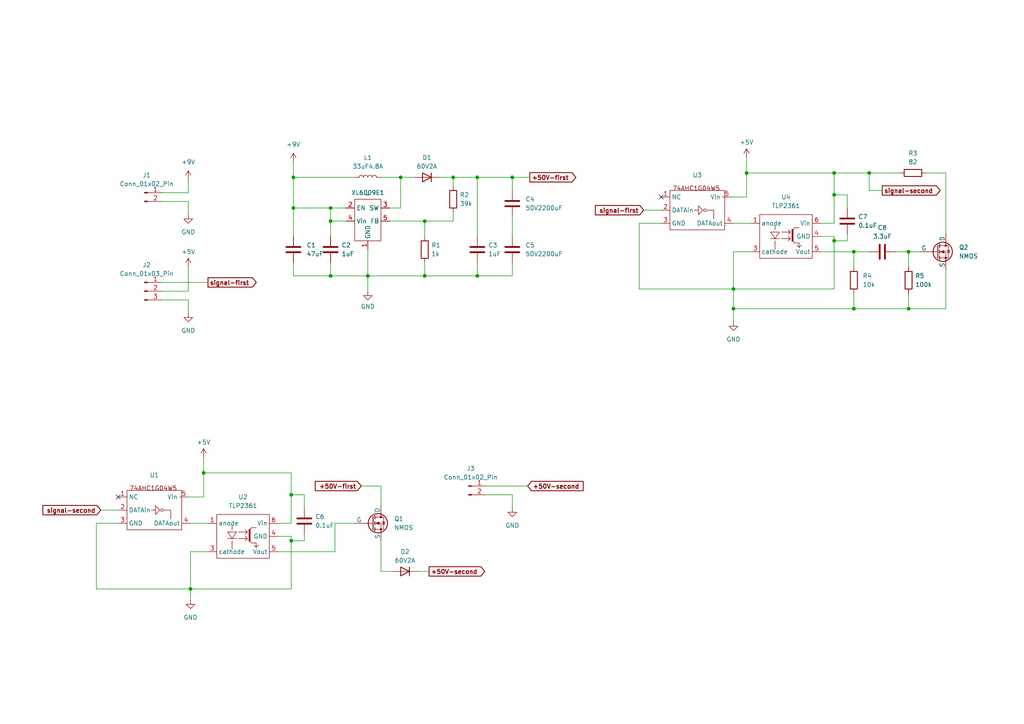
<source format=kicad_sch>
(kicad_sch (version 20230121) (generator eeschema)

  (uuid 160d6d30-2394-43cf-b889-6b8a66be8fae)

  (paper "A4")

  (lib_symbols
    (symbol "Connector:Conn_01x02_Pin" (pin_names (offset 1.016) hide) (in_bom yes) (on_board yes)
      (property "Reference" "J" (at 0 2.54 0)
        (effects (font (size 1.27 1.27)))
      )
      (property "Value" "Conn_01x02_Pin" (at 0 -5.08 0)
        (effects (font (size 1.27 1.27)))
      )
      (property "Footprint" "" (at 0 0 0)
        (effects (font (size 1.27 1.27)) hide)
      )
      (property "Datasheet" "~" (at 0 0 0)
        (effects (font (size 1.27 1.27)) hide)
      )
      (property "ki_locked" "" (at 0 0 0)
        (effects (font (size 1.27 1.27)))
      )
      (property "ki_keywords" "connector" (at 0 0 0)
        (effects (font (size 1.27 1.27)) hide)
      )
      (property "ki_description" "Generic connector, single row, 01x02, script generated" (at 0 0 0)
        (effects (font (size 1.27 1.27)) hide)
      )
      (property "ki_fp_filters" "Connector*:*_1x??_*" (at 0 0 0)
        (effects (font (size 1.27 1.27)) hide)
      )
      (symbol "Conn_01x02_Pin_1_1"
        (polyline
          (pts
            (xy 1.27 -2.54)
            (xy 0.8636 -2.54)
          )
          (stroke (width 0.1524) (type default))
          (fill (type none))
        )
        (polyline
          (pts
            (xy 1.27 0)
            (xy 0.8636 0)
          )
          (stroke (width 0.1524) (type default))
          (fill (type none))
        )
        (rectangle (start 0.8636 -2.413) (end 0 -2.667)
          (stroke (width 0.1524) (type default))
          (fill (type outline))
        )
        (rectangle (start 0.8636 0.127) (end 0 -0.127)
          (stroke (width 0.1524) (type default))
          (fill (type outline))
        )
        (pin passive line (at 5.08 0 180) (length 3.81)
          (name "Pin_1" (effects (font (size 1.27 1.27))))
          (number "1" (effects (font (size 1.27 1.27))))
        )
        (pin passive line (at 5.08 -2.54 180) (length 3.81)
          (name "Pin_2" (effects (font (size 1.27 1.27))))
          (number "2" (effects (font (size 1.27 1.27))))
        )
      )
    )
    (symbol "Connector:Conn_01x03_Pin" (pin_names (offset 1.016) hide) (in_bom yes) (on_board yes)
      (property "Reference" "J" (at 0 5.08 0)
        (effects (font (size 1.27 1.27)))
      )
      (property "Value" "Conn_01x03_Pin" (at 0 -5.08 0)
        (effects (font (size 1.27 1.27)))
      )
      (property "Footprint" "" (at 0 0 0)
        (effects (font (size 1.27 1.27)) hide)
      )
      (property "Datasheet" "~" (at 0 0 0)
        (effects (font (size 1.27 1.27)) hide)
      )
      (property "ki_locked" "" (at 0 0 0)
        (effects (font (size 1.27 1.27)))
      )
      (property "ki_keywords" "connector" (at 0 0 0)
        (effects (font (size 1.27 1.27)) hide)
      )
      (property "ki_description" "Generic connector, single row, 01x03, script generated" (at 0 0 0)
        (effects (font (size 1.27 1.27)) hide)
      )
      (property "ki_fp_filters" "Connector*:*_1x??_*" (at 0 0 0)
        (effects (font (size 1.27 1.27)) hide)
      )
      (symbol "Conn_01x03_Pin_1_1"
        (polyline
          (pts
            (xy 1.27 -2.54)
            (xy 0.8636 -2.54)
          )
          (stroke (width 0.1524) (type default))
          (fill (type none))
        )
        (polyline
          (pts
            (xy 1.27 0)
            (xy 0.8636 0)
          )
          (stroke (width 0.1524) (type default))
          (fill (type none))
        )
        (polyline
          (pts
            (xy 1.27 2.54)
            (xy 0.8636 2.54)
          )
          (stroke (width 0.1524) (type default))
          (fill (type none))
        )
        (rectangle (start 0.8636 -2.413) (end 0 -2.667)
          (stroke (width 0.1524) (type default))
          (fill (type outline))
        )
        (rectangle (start 0.8636 0.127) (end 0 -0.127)
          (stroke (width 0.1524) (type default))
          (fill (type outline))
        )
        (rectangle (start 0.8636 2.667) (end 0 2.413)
          (stroke (width 0.1524) (type default))
          (fill (type outline))
        )
        (pin passive line (at 5.08 2.54 180) (length 3.81)
          (name "Pin_1" (effects (font (size 1.27 1.27))))
          (number "1" (effects (font (size 1.27 1.27))))
        )
        (pin passive line (at 5.08 0 180) (length 3.81)
          (name "Pin_2" (effects (font (size 1.27 1.27))))
          (number "2" (effects (font (size 1.27 1.27))))
        )
        (pin passive line (at 5.08 -2.54 180) (length 3.81)
          (name "Pin_3" (effects (font (size 1.27 1.27))))
          (number "3" (effects (font (size 1.27 1.27))))
        )
      )
    )
    (symbol "Device:C" (pin_numbers hide) (pin_names (offset 0.254)) (in_bom yes) (on_board yes)
      (property "Reference" "C" (at 0.635 2.54 0)
        (effects (font (size 1.27 1.27)) (justify left))
      )
      (property "Value" "C" (at 0.635 -2.54 0)
        (effects (font (size 1.27 1.27)) (justify left))
      )
      (property "Footprint" "" (at 0.9652 -3.81 0)
        (effects (font (size 1.27 1.27)) hide)
      )
      (property "Datasheet" "~" (at 0 0 0)
        (effects (font (size 1.27 1.27)) hide)
      )
      (property "ki_keywords" "cap capacitor" (at 0 0 0)
        (effects (font (size 1.27 1.27)) hide)
      )
      (property "ki_description" "Unpolarized capacitor" (at 0 0 0)
        (effects (font (size 1.27 1.27)) hide)
      )
      (property "ki_fp_filters" "C_*" (at 0 0 0)
        (effects (font (size 1.27 1.27)) hide)
      )
      (symbol "C_0_1"
        (polyline
          (pts
            (xy -2.032 -0.762)
            (xy 2.032 -0.762)
          )
          (stroke (width 0.508) (type default))
          (fill (type none))
        )
        (polyline
          (pts
            (xy -2.032 0.762)
            (xy 2.032 0.762)
          )
          (stroke (width 0.508) (type default))
          (fill (type none))
        )
      )
      (symbol "C_1_1"
        (pin passive line (at 0 3.81 270) (length 2.794)
          (name "~" (effects (font (size 1.27 1.27))))
          (number "1" (effects (font (size 1.27 1.27))))
        )
        (pin passive line (at 0 -3.81 90) (length 2.794)
          (name "~" (effects (font (size 1.27 1.27))))
          (number "2" (effects (font (size 1.27 1.27))))
        )
      )
    )
    (symbol "Device:D" (pin_numbers hide) (pin_names (offset 1.016) hide) (in_bom yes) (on_board yes)
      (property "Reference" "D" (at 0 2.54 0)
        (effects (font (size 1.27 1.27)))
      )
      (property "Value" "D" (at 0 -2.54 0)
        (effects (font (size 1.27 1.27)))
      )
      (property "Footprint" "" (at 0 0 0)
        (effects (font (size 1.27 1.27)) hide)
      )
      (property "Datasheet" "~" (at 0 0 0)
        (effects (font (size 1.27 1.27)) hide)
      )
      (property "Sim.Device" "D" (at 0 0 0)
        (effects (font (size 1.27 1.27)) hide)
      )
      (property "Sim.Pins" "1=K 2=A" (at 0 0 0)
        (effects (font (size 1.27 1.27)) hide)
      )
      (property "ki_keywords" "diode" (at 0 0 0)
        (effects (font (size 1.27 1.27)) hide)
      )
      (property "ki_description" "Diode" (at 0 0 0)
        (effects (font (size 1.27 1.27)) hide)
      )
      (property "ki_fp_filters" "TO-???* *_Diode_* *SingleDiode* D_*" (at 0 0 0)
        (effects (font (size 1.27 1.27)) hide)
      )
      (symbol "D_0_1"
        (polyline
          (pts
            (xy -1.27 1.27)
            (xy -1.27 -1.27)
          )
          (stroke (width 0.254) (type default))
          (fill (type none))
        )
        (polyline
          (pts
            (xy 1.27 0)
            (xy -1.27 0)
          )
          (stroke (width 0) (type default))
          (fill (type none))
        )
        (polyline
          (pts
            (xy 1.27 1.27)
            (xy 1.27 -1.27)
            (xy -1.27 0)
            (xy 1.27 1.27)
          )
          (stroke (width 0.254) (type default))
          (fill (type none))
        )
      )
      (symbol "D_1_1"
        (pin passive line (at -3.81 0 0) (length 2.54)
          (name "K" (effects (font (size 1.27 1.27))))
          (number "1" (effects (font (size 1.27 1.27))))
        )
        (pin passive line (at 3.81 0 180) (length 2.54)
          (name "A" (effects (font (size 1.27 1.27))))
          (number "2" (effects (font (size 1.27 1.27))))
        )
      )
    )
    (symbol "Device:L" (pin_numbers hide) (pin_names (offset 1.016) hide) (in_bom yes) (on_board yes)
      (property "Reference" "L" (at -1.27 0 90)
        (effects (font (size 1.27 1.27)))
      )
      (property "Value" "L" (at 1.905 0 90)
        (effects (font (size 1.27 1.27)))
      )
      (property "Footprint" "" (at 0 0 0)
        (effects (font (size 1.27 1.27)) hide)
      )
      (property "Datasheet" "~" (at 0 0 0)
        (effects (font (size 1.27 1.27)) hide)
      )
      (property "ki_keywords" "inductor choke coil reactor magnetic" (at 0 0 0)
        (effects (font (size 1.27 1.27)) hide)
      )
      (property "ki_description" "Inductor" (at 0 0 0)
        (effects (font (size 1.27 1.27)) hide)
      )
      (property "ki_fp_filters" "Choke_* *Coil* Inductor_* L_*" (at 0 0 0)
        (effects (font (size 1.27 1.27)) hide)
      )
      (symbol "L_0_1"
        (arc (start 0 -2.54) (mid 0.6323 -1.905) (end 0 -1.27)
          (stroke (width 0) (type default))
          (fill (type none))
        )
        (arc (start 0 -1.27) (mid 0.6323 -0.635) (end 0 0)
          (stroke (width 0) (type default))
          (fill (type none))
        )
        (arc (start 0 0) (mid 0.6323 0.635) (end 0 1.27)
          (stroke (width 0) (type default))
          (fill (type none))
        )
        (arc (start 0 1.27) (mid 0.6323 1.905) (end 0 2.54)
          (stroke (width 0) (type default))
          (fill (type none))
        )
      )
      (symbol "L_1_1"
        (pin passive line (at 0 3.81 270) (length 1.27)
          (name "1" (effects (font (size 1.27 1.27))))
          (number "1" (effects (font (size 1.27 1.27))))
        )
        (pin passive line (at 0 -3.81 90) (length 1.27)
          (name "2" (effects (font (size 1.27 1.27))))
          (number "2" (effects (font (size 1.27 1.27))))
        )
      )
    )
    (symbol "Device:R" (pin_numbers hide) (pin_names (offset 0)) (in_bom yes) (on_board yes)
      (property "Reference" "R" (at 2.032 0 90)
        (effects (font (size 1.27 1.27)))
      )
      (property "Value" "R" (at 0 0 90)
        (effects (font (size 1.27 1.27)))
      )
      (property "Footprint" "" (at -1.778 0 90)
        (effects (font (size 1.27 1.27)) hide)
      )
      (property "Datasheet" "~" (at 0 0 0)
        (effects (font (size 1.27 1.27)) hide)
      )
      (property "ki_keywords" "R res resistor" (at 0 0 0)
        (effects (font (size 1.27 1.27)) hide)
      )
      (property "ki_description" "Resistor" (at 0 0 0)
        (effects (font (size 1.27 1.27)) hide)
      )
      (property "ki_fp_filters" "R_*" (at 0 0 0)
        (effects (font (size 1.27 1.27)) hide)
      )
      (symbol "R_0_1"
        (rectangle (start -1.016 -2.54) (end 1.016 2.54)
          (stroke (width 0.254) (type default))
          (fill (type none))
        )
      )
      (symbol "R_1_1"
        (pin passive line (at 0 3.81 270) (length 1.27)
          (name "~" (effects (font (size 1.27 1.27))))
          (number "1" (effects (font (size 1.27 1.27))))
        )
        (pin passive line (at 0 -3.81 90) (length 1.27)
          (name "~" (effects (font (size 1.27 1.27))))
          (number "2" (effects (font (size 1.27 1.27))))
        )
      )
    )
    (symbol "Simulation_SPICE:NMOS" (pin_numbers hide) (pin_names (offset 0)) (in_bom yes) (on_board yes)
      (property "Reference" "Q" (at 5.08 1.27 0)
        (effects (font (size 1.27 1.27)) (justify left))
      )
      (property "Value" "NMOS" (at 5.08 -1.27 0)
        (effects (font (size 1.27 1.27)) (justify left))
      )
      (property "Footprint" "" (at 5.08 2.54 0)
        (effects (font (size 1.27 1.27)) hide)
      )
      (property "Datasheet" "https://ngspice.sourceforge.io/docs/ngspice-manual.pdf" (at 0 -12.7 0)
        (effects (font (size 1.27 1.27)) hide)
      )
      (property "Sim.Device" "NMOS" (at 0 -17.145 0)
        (effects (font (size 1.27 1.27)) hide)
      )
      (property "Sim.Type" "VDMOS" (at 0 -19.05 0)
        (effects (font (size 1.27 1.27)) hide)
      )
      (property "Sim.Pins" "1=D 2=G 3=S" (at 0 -15.24 0)
        (effects (font (size 1.27 1.27)) hide)
      )
      (property "ki_keywords" "transistor NMOS N-MOS N-MOSFET simulation" (at 0 0 0)
        (effects (font (size 1.27 1.27)) hide)
      )
      (property "ki_description" "N-MOSFET transistor, drain/source/gate" (at 0 0 0)
        (effects (font (size 1.27 1.27)) hide)
      )
      (symbol "NMOS_0_1"
        (polyline
          (pts
            (xy 0.254 0)
            (xy -2.54 0)
          )
          (stroke (width 0) (type default))
          (fill (type none))
        )
        (polyline
          (pts
            (xy 0.254 1.905)
            (xy 0.254 -1.905)
          )
          (stroke (width 0.254) (type default))
          (fill (type none))
        )
        (polyline
          (pts
            (xy 0.762 -1.27)
            (xy 0.762 -2.286)
          )
          (stroke (width 0.254) (type default))
          (fill (type none))
        )
        (polyline
          (pts
            (xy 0.762 0.508)
            (xy 0.762 -0.508)
          )
          (stroke (width 0.254) (type default))
          (fill (type none))
        )
        (polyline
          (pts
            (xy 0.762 2.286)
            (xy 0.762 1.27)
          )
          (stroke (width 0.254) (type default))
          (fill (type none))
        )
        (polyline
          (pts
            (xy 2.54 2.54)
            (xy 2.54 1.778)
          )
          (stroke (width 0) (type default))
          (fill (type none))
        )
        (polyline
          (pts
            (xy 2.54 -2.54)
            (xy 2.54 0)
            (xy 0.762 0)
          )
          (stroke (width 0) (type default))
          (fill (type none))
        )
        (polyline
          (pts
            (xy 0.762 -1.778)
            (xy 3.302 -1.778)
            (xy 3.302 1.778)
            (xy 0.762 1.778)
          )
          (stroke (width 0) (type default))
          (fill (type none))
        )
        (polyline
          (pts
            (xy 1.016 0)
            (xy 2.032 0.381)
            (xy 2.032 -0.381)
            (xy 1.016 0)
          )
          (stroke (width 0) (type default))
          (fill (type outline))
        )
        (polyline
          (pts
            (xy 2.794 0.508)
            (xy 2.921 0.381)
            (xy 3.683 0.381)
            (xy 3.81 0.254)
          )
          (stroke (width 0) (type default))
          (fill (type none))
        )
        (polyline
          (pts
            (xy 3.302 0.381)
            (xy 2.921 -0.254)
            (xy 3.683 -0.254)
            (xy 3.302 0.381)
          )
          (stroke (width 0) (type default))
          (fill (type none))
        )
        (circle (center 1.651 0) (radius 2.794)
          (stroke (width 0.254) (type default))
          (fill (type none))
        )
        (circle (center 2.54 -1.778) (radius 0.254)
          (stroke (width 0) (type default))
          (fill (type outline))
        )
        (circle (center 2.54 1.778) (radius 0.254)
          (stroke (width 0) (type default))
          (fill (type outline))
        )
      )
      (symbol "NMOS_1_1"
        (pin passive line (at 2.54 5.08 270) (length 2.54)
          (name "D" (effects (font (size 1.27 1.27))))
          (number "1" (effects (font (size 1.27 1.27))))
        )
        (pin input line (at -5.08 0 0) (length 2.54)
          (name "G" (effects (font (size 1.27 1.27))))
          (number "2" (effects (font (size 1.27 1.27))))
        )
        (pin passive line (at 2.54 -5.08 90) (length 2.54)
          (name "S" (effects (font (size 1.27 1.27))))
          (number "3" (effects (font (size 1.27 1.27))))
        )
      )
    )
    (symbol "power:+5V" (power) (pin_names (offset 0)) (in_bom yes) (on_board yes)
      (property "Reference" "#PWR" (at 0 -3.81 0)
        (effects (font (size 1.27 1.27)) hide)
      )
      (property "Value" "+5V" (at 0 3.556 0)
        (effects (font (size 1.27 1.27)))
      )
      (property "Footprint" "" (at 0 0 0)
        (effects (font (size 1.27 1.27)) hide)
      )
      (property "Datasheet" "" (at 0 0 0)
        (effects (font (size 1.27 1.27)) hide)
      )
      (property "ki_keywords" "global power" (at 0 0 0)
        (effects (font (size 1.27 1.27)) hide)
      )
      (property "ki_description" "Power symbol creates a global label with name \"+5V\"" (at 0 0 0)
        (effects (font (size 1.27 1.27)) hide)
      )
      (symbol "+5V_0_1"
        (polyline
          (pts
            (xy -0.762 1.27)
            (xy 0 2.54)
          )
          (stroke (width 0) (type default))
          (fill (type none))
        )
        (polyline
          (pts
            (xy 0 0)
            (xy 0 2.54)
          )
          (stroke (width 0) (type default))
          (fill (type none))
        )
        (polyline
          (pts
            (xy 0 2.54)
            (xy 0.762 1.27)
          )
          (stroke (width 0) (type default))
          (fill (type none))
        )
      )
      (symbol "+5V_1_1"
        (pin power_in line (at 0 0 90) (length 0) hide
          (name "+5V" (effects (font (size 1.27 1.27))))
          (number "1" (effects (font (size 1.27 1.27))))
        )
      )
    )
    (symbol "power:+9V" (power) (pin_names (offset 0)) (in_bom yes) (on_board yes)
      (property "Reference" "#PWR" (at 0 -3.81 0)
        (effects (font (size 1.27 1.27)) hide)
      )
      (property "Value" "+9V" (at 0 3.556 0)
        (effects (font (size 1.27 1.27)))
      )
      (property "Footprint" "" (at 0 0 0)
        (effects (font (size 1.27 1.27)) hide)
      )
      (property "Datasheet" "" (at 0 0 0)
        (effects (font (size 1.27 1.27)) hide)
      )
      (property "ki_keywords" "global power" (at 0 0 0)
        (effects (font (size 1.27 1.27)) hide)
      )
      (property "ki_description" "Power symbol creates a global label with name \"+9V\"" (at 0 0 0)
        (effects (font (size 1.27 1.27)) hide)
      )
      (symbol "+9V_0_1"
        (polyline
          (pts
            (xy -0.762 1.27)
            (xy 0 2.54)
          )
          (stroke (width 0) (type default))
          (fill (type none))
        )
        (polyline
          (pts
            (xy 0 0)
            (xy 0 2.54)
          )
          (stroke (width 0) (type default))
          (fill (type none))
        )
        (polyline
          (pts
            (xy 0 2.54)
            (xy 0.762 1.27)
          )
          (stroke (width 0) (type default))
          (fill (type none))
        )
      )
      (symbol "+9V_1_1"
        (pin power_in line (at 0 0 90) (length 0) hide
          (name "+9V" (effects (font (size 1.27 1.27))))
          (number "1" (effects (font (size 1.27 1.27))))
        )
      )
    )
    (symbol "power:GND" (power) (pin_names (offset 0)) (in_bom yes) (on_board yes)
      (property "Reference" "#PWR" (at 0 -6.35 0)
        (effects (font (size 1.27 1.27)) hide)
      )
      (property "Value" "GND" (at 0 -3.81 0)
        (effects (font (size 1.27 1.27)))
      )
      (property "Footprint" "" (at 0 0 0)
        (effects (font (size 1.27 1.27)) hide)
      )
      (property "Datasheet" "" (at 0 0 0)
        (effects (font (size 1.27 1.27)) hide)
      )
      (property "ki_keywords" "global power" (at 0 0 0)
        (effects (font (size 1.27 1.27)) hide)
      )
      (property "ki_description" "Power symbol creates a global label with name \"GND\" , ground" (at 0 0 0)
        (effects (font (size 1.27 1.27)) hide)
      )
      (symbol "GND_0_1"
        (polyline
          (pts
            (xy 0 0)
            (xy 0 -1.27)
            (xy 1.27 -1.27)
            (xy 0 -2.54)
            (xy -1.27 -1.27)
            (xy 0 -1.27)
          )
          (stroke (width 0) (type default))
          (fill (type none))
        )
      )
      (symbol "GND_1_1"
        (pin power_in line (at 0 0 270) (length 0) hide
          (name "GND" (effects (font (size 1.27 1.27))))
          (number "1" (effects (font (size 1.27 1.27))))
        )
      )
    )
    (symbol "sunpare2023:74AHC1G04W5" (in_bom yes) (on_board yes)
      (property "Reference" "U" (at 0 1.905 0)
        (effects (font (size 1.27 1.27)))
      )
      (property "Value" "" (at 0 0 0)
        (effects (font (size 1.27 1.27)))
      )
      (property "Footprint" "" (at 0 0 0)
        (effects (font (size 1.27 1.27)) hide)
      )
      (property "Datasheet" "" (at 0 0 0)
        (effects (font (size 1.27 1.27)) hide)
      )
      (symbol "74AHC1G04W5_0_1"
        (rectangle (start -7.62 0) (end 8.255 -11.43)
          (stroke (width 0) (type default))
          (fill (type none))
        )
        (polyline
          (pts
            (xy 3.175 -5.715)
            (xy 5.08 -5.715)
            (xy 5.08 -8.255)
          )
          (stroke (width 0) (type default))
          (fill (type none))
        )
        (polyline
          (pts
            (xy -0.635 -5.715)
            (xy 0.635 -5.715)
            (xy 0.635 -4.445)
            (xy 1.905 -5.715)
            (xy 0.635 -6.985)
            (xy 0.635 -5.715)
          )
          (stroke (width 0) (type default))
          (fill (type none))
        )
        (circle (center 2.54 -5.715) (radius 0.381)
          (stroke (width 0) (type default))
          (fill (type none))
        )
      )
      (symbol "74AHC1G04W5_1_1"
        (text "74AHC1G04W5" (at 0 0.635 0)
          (effects (font (size 1.27 1.27)))
        )
        (pin passive line (at -10.16 -1.905 0) (length 2.54)
          (name "NC" (effects (font (size 1.27 1.27))))
          (number "1" (effects (font (size 1.27 1.27))))
        )
        (pin passive line (at -10.16 -5.715 0) (length 2.54)
          (name "DATAin" (effects (font (size 1.27 1.27))))
          (number "2" (effects (font (size 1.27 1.27))))
        )
        (pin passive line (at -10.16 -9.525 0) (length 2.54)
          (name "GND" (effects (font (size 1.27 1.27))))
          (number "3" (effects (font (size 1.27 1.27))))
        )
        (pin passive line (at 10.795 -9.525 180) (length 2.54)
          (name "DATAout" (effects (font (size 1.27 1.27))))
          (number "4" (effects (font (size 1.27 1.27))))
        )
        (pin passive line (at 10.16 -1.905 180) (length 2.54)
          (name "Vin" (effects (font (size 1.27 1.27))))
          (number "5" (effects (font (size 1.27 1.27))))
        )
      )
    )
    (symbol "sunpare2023:TLP2361" (in_bom yes) (on_board yes)
      (property "Reference" "U" (at 0 3.175 0)
        (effects (font (size 1.27 1.27)))
      )
      (property "Value" "TLP2361" (at 0 3.175 0)
        (effects (font (size 1.27 1.27)))
      )
      (property "Footprint" "" (at 0 3.175 0)
        (effects (font (size 1.27 1.27)) hide)
      )
      (property "Datasheet" "" (at 0 3.175 0)
        (effects (font (size 1.27 1.27)) hide)
      )
      (symbol "TLP2361_0_1"
        (polyline
          (pts
            (xy -4.445 -5.715)
            (xy -1.905 -5.715)
          )
          (stroke (width 0) (type default))
          (fill (type none))
        )
        (polyline
          (pts
            (xy -3.175 -8.89)
            (xy -3.175 -6.985)
          )
          (stroke (width 0) (type default))
          (fill (type none))
        )
        (polyline
          (pts
            (xy 1.905 -6.35)
            (xy 2.54 -6.985)
          )
          (stroke (width 0) (type default))
          (fill (type none))
        )
        (polyline
          (pts
            (xy 1.905 -3.175)
            (xy 2.54 -2.54)
          )
          (stroke (width 0) (type default))
          (fill (type none))
        )
        (polyline
          (pts
            (xy 2.54 -6.985)
            (xy 3.81 -6.985)
          )
          (stroke (width 0) (type default))
          (fill (type none))
        )
        (polyline
          (pts
            (xy 3.81 -8.255)
            (xy 3.175 -7.62)
          )
          (stroke (width 0) (type default))
          (fill (type none))
        )
        (polyline
          (pts
            (xy 3.81 -8.255)
            (xy 4.445 -7.62)
          )
          (stroke (width 0) (type default))
          (fill (type none))
        )
        (polyline
          (pts
            (xy 3.81 -6.985)
            (xy 3.81 -8.255)
          )
          (stroke (width 0) (type default))
          (fill (type none))
        )
        (polyline
          (pts
            (xy 3.81 -2.54)
            (xy 2.54 -2.54)
          )
          (stroke (width 0) (type default))
          (fill (type none))
        )
        (polyline
          (pts
            (xy -4.445 -3.81)
            (xy -1.905 -3.81)
            (xy -3.175 -5.715)
            (xy -4.445 -3.81)
          )
          (stroke (width 0) (type default))
          (fill (type none))
        )
      )
      (symbol "TLP2361_1_1"
        (rectangle (start -7.62 1.27) (end 7.62 -11.43)
          (stroke (width 0) (type default))
          (fill (type none))
        )
        (polyline
          (pts
            (xy -3.175 -6.985)
            (xy -3.175 -6.35)
          )
          (stroke (width 0) (type default))
          (fill (type none))
        )
        (polyline
          (pts
            (xy -3.175 -1.905)
            (xy -3.175 -3.175)
          )
          (stroke (width 0) (type default))
          (fill (type none))
        )
        (polyline
          (pts
            (xy 1.27 -5.715)
            (xy 0.635 -5.08)
          )
          (stroke (width 0) (type default))
          (fill (type none))
        )
        (polyline
          (pts
            (xy 1.27 -3.81)
            (xy 0.635 -3.175)
          )
          (stroke (width 0) (type default))
          (fill (type none))
        )
        (polyline
          (pts
            (xy 1.905 -3.175)
            (xy 1.905 -6.35)
          )
          (stroke (width 0.5) (type default))
          (fill (type none))
        )
        (polyline
          (pts
            (xy -1.27 -5.715)
            (xy 1.27 -5.715)
            (xy 0.635 -6.35)
          )
          (stroke (width 0) (type default))
          (fill (type none))
        )
        (polyline
          (pts
            (xy -1.27 -3.81)
            (xy 1.27 -3.81)
            (xy 0.635 -4.445)
          )
          (stroke (width 0) (type default))
          (fill (type none))
        )
        (pin passive line (at -10.16 -1.27 0) (length 2.54)
          (name "anode" (effects (font (size 1.27 1.27))))
          (number "1" (effects (font (size 1.27 1.27))))
        )
        (pin passive line (at -10.16 -9.525 0) (length 2.54)
          (name "cathode" (effects (font (size 1.27 1.27))))
          (number "3" (effects (font (size 1.27 1.27))))
        )
        (pin passive line (at 10.16 -5.08 180) (length 2.54)
          (name "GND" (effects (font (size 1.27 1.27))))
          (number "4" (effects (font (size 1.27 1.27))))
        )
        (pin passive line (at 10.16 -9.525 180) (length 2.54)
          (name "Vout" (effects (font (size 1.27 1.27))))
          (number "5" (effects (font (size 1.27 1.27))))
        )
        (pin passive line (at 10.16 -1.27 180) (length 2.54)
          (name "Vin" (effects (font (size 1.27 1.27))))
          (number "6" (effects (font (size 1.27 1.27))))
        )
      )
    )
    (symbol "sunpare2023:XL6009E1" (in_bom yes) (on_board yes)
      (property "Reference" "XL6009E1" (at 0 0.635 0)
        (effects (font (size 1.27 1.27)))
      )
      (property "Value" "" (at 0 0 0)
        (effects (font (size 1.27 1.27)))
      )
      (property "Footprint" "" (at 0 0 0)
        (effects (font (size 1.27 1.27)) hide)
      )
      (property "Datasheet" "" (at 0 0 0)
        (effects (font (size 1.27 1.27)) hide)
      )
      (symbol "XL6009E1_0_1"
        (rectangle (start -3.81 -1.27) (end 3.81 -13.335)
          (stroke (width 0) (type default))
          (fill (type none))
        )
      )
      (symbol "XL6009E1_1_1"
        (pin passive line (at 0 -15.875 90) (length 2.54)
          (name "GND" (effects (font (size 1.27 1.27))))
          (number "1" (effects (font (size 1.27 1.27))))
        )
        (pin passive line (at -6.35 -3.81 0) (length 2.54)
          (name "EN" (effects (font (size 1.27 1.27))))
          (number "2" (effects (font (size 1.27 1.27))))
        )
        (pin passive line (at 6.35 -3.81 180) (length 2.54)
          (name "SW" (effects (font (size 1.27 1.27))))
          (number "3" (effects (font (size 1.27 1.27))))
        )
        (pin passive line (at -6.35 -7.62 0) (length 2.54)
          (name "Vin" (effects (font (size 1.27 1.27))))
          (number "4" (effects (font (size 1.27 1.27))))
        )
        (pin passive line (at 6.35 -7.62 180) (length 2.54)
          (name "FB" (effects (font (size 1.27 1.27))))
          (number "5" (effects (font (size 1.27 1.27))))
        )
      )
    )
  )

  (junction (at 55.245 170.815) (diameter 0) (color 0 0 0 0)
    (uuid 0053d2db-0ae0-42ad-9418-5542866c6553)
  )
  (junction (at 216.535 50.165) (diameter 0) (color 0 0 0 0)
    (uuid 0edff3f4-fcd2-4136-8bce-f88b5ab15e2b)
  )
  (junction (at 85.09 60.325) (diameter 0) (color 0 0 0 0)
    (uuid 12b06c99-956c-40bf-9eb2-c4193a5b58fc)
  )
  (junction (at 138.43 51.435) (diameter 0) (color 0 0 0 0)
    (uuid 169529a2-20d1-4a70-a978-7b680cead60d)
  )
  (junction (at 241.935 56.515) (diameter 0) (color 0 0 0 0)
    (uuid 1c9ad61e-4fe8-459c-9d68-39655176cabb)
  )
  (junction (at 84.455 156.845) (diameter 0) (color 0 0 0 0)
    (uuid 1ddd5f7e-fbe7-43d5-84dd-33cd140fc732)
  )
  (junction (at 131.445 51.435) (diameter 0) (color 0 0 0 0)
    (uuid 319f4eb9-8ee9-4485-a630-1f29ae47d73a)
  )
  (junction (at 123.19 80.01) (diameter 0) (color 0 0 0 0)
    (uuid 3a46d65c-9ba0-4437-ad03-86233aa906cf)
  )
  (junction (at 106.68 80.01) (diameter 0) (color 0 0 0 0)
    (uuid 4789c106-3027-4bc5-a005-4d7c91746e2c)
  )
  (junction (at 116.205 51.435) (diameter 0) (color 0 0 0 0)
    (uuid 4ca4c39e-77ed-42ca-b0b9-2856a5933e07)
  )
  (junction (at 148.59 51.435) (diameter 0) (color 0 0 0 0)
    (uuid 5a956b1b-774c-4957-a70e-e1f299a705a0)
  )
  (junction (at 123.19 64.135) (diameter 0) (color 0 0 0 0)
    (uuid 781ef1f3-180c-4e72-99d5-da12b7781808)
  )
  (junction (at 263.525 73.025) (diameter 0) (color 0 0 0 0)
    (uuid 79126804-9dd9-4c6c-accd-df31131478fb)
  )
  (junction (at 247.65 89.535) (diameter 0) (color 0 0 0 0)
    (uuid 7b2800e1-e2d3-43b4-9f6a-57da57a4d663)
  )
  (junction (at 247.65 73.025) (diameter 0) (color 0 0 0 0)
    (uuid 7d7c2f8d-5bd4-4906-b9fb-0d691c9dacc4)
  )
  (junction (at 212.725 89.535) (diameter 0) (color 0 0 0 0)
    (uuid 80a33994-2f87-42d0-ac79-373248dec96c)
  )
  (junction (at 252.095 50.165) (diameter 0) (color 0 0 0 0)
    (uuid 82246168-b570-4cc3-8922-7df6253d0870)
  )
  (junction (at 241.935 50.165) (diameter 0) (color 0 0 0 0)
    (uuid 88a3cc1a-7a63-4202-80d7-1b212e6720d9)
  )
  (junction (at 84.455 143.51) (diameter 0) (color 0 0 0 0)
    (uuid 8c7a0419-b035-43c5-a30b-3e701e8ff24d)
  )
  (junction (at 95.885 80.01) (diameter 0) (color 0 0 0 0)
    (uuid 8f9df49d-344a-4ed6-8e30-1f43785648cb)
  )
  (junction (at 212.725 83.82) (diameter 0) (color 0 0 0 0)
    (uuid 9c5a8000-987a-4ed2-92b8-7fbcb734fa1e)
  )
  (junction (at 263.525 89.535) (diameter 0) (color 0 0 0 0)
    (uuid a332f8b0-815e-4565-8967-c02abc20aeea)
  )
  (junction (at 59.055 137.16) (diameter 0) (color 0 0 0 0)
    (uuid b55a818d-b64c-44e5-aae0-ceea07bfe38e)
  )
  (junction (at 85.09 51.435) (diameter 0) (color 0 0 0 0)
    (uuid b96e4ac1-7476-4fd0-8afb-06b980ff87a6)
  )
  (junction (at 138.43 80.01) (diameter 0) (color 0 0 0 0)
    (uuid b97b924f-7196-4317-a038-5593c4dd09d8)
  )
  (junction (at 241.935 69.85) (diameter 0) (color 0 0 0 0)
    (uuid ca06004f-4ccf-4feb-9887-92528644d6e6)
  )
  (junction (at 95.885 60.325) (diameter 0) (color 0 0 0 0)
    (uuid f7423dd3-9aa0-45d2-903b-0a0f1340d0b2)
  )
  (junction (at 95.885 64.135) (diameter 0) (color 0 0 0 0)
    (uuid f976ce9f-e062-4544-a83e-e1fdaede910d)
  )

  (no_connect (at 34.29 144.145) (uuid 4bb730bf-9b33-42da-894a-d80084da638c))
  (no_connect (at 191.77 57.15) (uuid a8013cb9-d50e-4948-b220-42af04121bc9))

  (wire (pts (xy 247.65 89.535) (xy 263.525 89.535))
    (stroke (width 0) (type default))
    (uuid 06f2d95d-7a48-4cf0-8cd7-463a4dd5e1a7)
  )
  (wire (pts (xy 27.94 151.765) (xy 27.94 170.815))
    (stroke (width 0) (type default))
    (uuid 0cba2df6-3522-43be-884e-c38c5a25a246)
  )
  (wire (pts (xy 216.535 45.72) (xy 216.535 50.165))
    (stroke (width 0) (type default))
    (uuid 0e7c6a3f-400e-41b6-8d37-9845881872c0)
  )
  (wire (pts (xy 238.125 73.025) (xy 247.65 73.025))
    (stroke (width 0) (type default))
    (uuid 0fa235a8-63c3-465b-bd62-a26eb9661405)
  )
  (wire (pts (xy 185.42 83.82) (xy 212.725 83.82))
    (stroke (width 0) (type default))
    (uuid 0fb86f2d-99eb-4305-934e-47fecd54e64e)
  )
  (wire (pts (xy 95.885 80.01) (xy 106.68 80.01))
    (stroke (width 0) (type default))
    (uuid 101819a5-1335-40e3-921c-3d55899f1190)
  )
  (wire (pts (xy 85.09 51.435) (xy 85.09 60.325))
    (stroke (width 0) (type default))
    (uuid 11216d75-143d-4ea3-826f-8d60354e8af2)
  )
  (wire (pts (xy 241.935 69.85) (xy 241.935 83.82))
    (stroke (width 0) (type default))
    (uuid 12452b7c-9106-4fe4-acdc-177a0f88fbd2)
  )
  (wire (pts (xy 121.285 165.735) (xy 124.46 165.735))
    (stroke (width 0) (type default))
    (uuid 13f8906b-dae7-46e8-86e2-a605544f4ec6)
  )
  (wire (pts (xy 85.09 80.01) (xy 95.885 80.01))
    (stroke (width 0) (type default))
    (uuid 1419fb69-dd33-4c42-8776-03436c9d0b36)
  )
  (wire (pts (xy 274.32 78.105) (xy 274.32 89.535))
    (stroke (width 0) (type default))
    (uuid 1730f9c2-c960-4911-91b9-1361d823a57f)
  )
  (wire (pts (xy 245.745 69.85) (xy 241.935 69.85))
    (stroke (width 0) (type default))
    (uuid 17656d8e-0ad5-4e21-904c-a3a995b2e099)
  )
  (wire (pts (xy 84.455 137.16) (xy 84.455 143.51))
    (stroke (width 0) (type default))
    (uuid 1a0d6e30-b924-4565-84ec-e3f4a73d33d9)
  )
  (wire (pts (xy 216.535 57.15) (xy 212.09 57.15))
    (stroke (width 0) (type default))
    (uuid 1b54432e-bfee-405c-89c9-27aa0c2237dc)
  )
  (wire (pts (xy 138.43 51.435) (xy 148.59 51.435))
    (stroke (width 0) (type default))
    (uuid 200ab504-f160-4e46-9bc0-c33fc54b0090)
  )
  (wire (pts (xy 54.61 77.47) (xy 54.61 84.455))
    (stroke (width 0) (type default))
    (uuid 212d2334-9177-4776-98df-4d3768d78406)
  )
  (wire (pts (xy 80.645 151.765) (xy 84.455 151.765))
    (stroke (width 0) (type default))
    (uuid 22b05f41-f603-4e97-ab80-94791150c1b8)
  )
  (wire (pts (xy 185.42 64.77) (xy 185.42 83.82))
    (stroke (width 0) (type default))
    (uuid 23301eed-64d7-4b68-b4fc-cf483efd169d)
  )
  (wire (pts (xy 113.03 64.135) (xy 123.19 64.135))
    (stroke (width 0) (type default))
    (uuid 2633f896-e99e-4590-ad62-a06e9997a1fa)
  )
  (wire (pts (xy 88.265 147.32) (xy 88.265 143.51))
    (stroke (width 0) (type default))
    (uuid 2850bd6b-1df2-4e9d-922d-eab9f6ba5b7b)
  )
  (wire (pts (xy 55.245 160.02) (xy 55.245 170.815))
    (stroke (width 0) (type default))
    (uuid 2a0152a3-efcc-40a3-89ae-e0cc0b4ce5fd)
  )
  (wire (pts (xy 148.59 51.435) (xy 153.67 51.435))
    (stroke (width 0) (type default))
    (uuid 2e71d4a5-a70a-4807-8c29-99f10b8e31a8)
  )
  (wire (pts (xy 106.68 80.01) (xy 123.19 80.01))
    (stroke (width 0) (type default))
    (uuid 30c8fc9f-6b68-42d8-91ad-084cab5391a7)
  )
  (wire (pts (xy 55.245 170.815) (xy 55.245 173.99))
    (stroke (width 0) (type default))
    (uuid 320ef467-6102-4d07-bcc4-f997c17fdd97)
  )
  (wire (pts (xy 84.455 143.51) (xy 84.455 151.765))
    (stroke (width 0) (type default))
    (uuid 3541ea89-192e-490d-9efb-88368268b7b9)
  )
  (wire (pts (xy 54.61 86.995) (xy 46.99 86.995))
    (stroke (width 0) (type default))
    (uuid 3988322f-36ff-4fe6-acba-14722c9ab08d)
  )
  (wire (pts (xy 95.885 64.135) (xy 95.885 68.58))
    (stroke (width 0) (type default))
    (uuid 3c87c80c-309c-436c-92db-33c4c47080fe)
  )
  (wire (pts (xy 212.725 83.82) (xy 241.935 83.82))
    (stroke (width 0) (type default))
    (uuid 3e77843f-d19c-4f19-8d35-6d118f220784)
  )
  (wire (pts (xy 148.59 51.435) (xy 148.59 55.245))
    (stroke (width 0) (type default))
    (uuid 41aa0e9f-4e7e-445d-a699-a6ef0ea57c7b)
  )
  (wire (pts (xy 85.09 76.2) (xy 85.09 80.01))
    (stroke (width 0) (type default))
    (uuid 4257e2b8-a2ff-4ed7-be4b-8fd223ebb8bb)
  )
  (wire (pts (xy 138.43 80.01) (xy 148.59 80.01))
    (stroke (width 0) (type default))
    (uuid 45aa2985-5c8f-4b73-8df4-6820b6eed589)
  )
  (wire (pts (xy 138.43 51.435) (xy 131.445 51.435))
    (stroke (width 0) (type default))
    (uuid 46afc5f5-30df-4a05-aa6d-af1d9399c2ea)
  )
  (wire (pts (xy 59.055 132.715) (xy 59.055 137.16))
    (stroke (width 0) (type default))
    (uuid 473c2ad2-7c37-4dae-a558-547481f75593)
  )
  (wire (pts (xy 59.055 137.16) (xy 59.055 144.145))
    (stroke (width 0) (type default))
    (uuid 4ae0fd02-607a-4b0e-8c6d-00316841b273)
  )
  (wire (pts (xy 85.09 60.325) (xy 85.09 68.58))
    (stroke (width 0) (type default))
    (uuid 4f05b11c-629f-463c-9302-ab64cb501243)
  )
  (wire (pts (xy 29.21 147.955) (xy 34.29 147.955))
    (stroke (width 0) (type default))
    (uuid 501880c8-0a03-48cd-8fad-e72cbb731794)
  )
  (wire (pts (xy 97.155 151.765) (xy 97.155 160.02))
    (stroke (width 0) (type default))
    (uuid 5112005c-1d2d-4a74-8629-570b46906d6e)
  )
  (wire (pts (xy 113.03 60.325) (xy 116.205 60.325))
    (stroke (width 0) (type default))
    (uuid 553f38bd-5f71-4aa1-8119-7be460b131b5)
  )
  (wire (pts (xy 252.095 50.165) (xy 252.095 55.245))
    (stroke (width 0) (type default))
    (uuid 556edad2-d9be-472b-a29b-e80bfcb1dee4)
  )
  (wire (pts (xy 97.155 151.765) (xy 102.87 151.765))
    (stroke (width 0) (type default))
    (uuid 57381416-8001-4ae5-897d-c5dc7d886fd4)
  )
  (wire (pts (xy 185.42 64.77) (xy 191.77 64.77))
    (stroke (width 0) (type default))
    (uuid 58812626-f967-4045-96a7-7d3b3391280a)
  )
  (wire (pts (xy 27.94 151.765) (xy 34.29 151.765))
    (stroke (width 0) (type default))
    (uuid 5889896d-fb1c-4f51-8949-d1515d637afb)
  )
  (wire (pts (xy 110.49 140.97) (xy 110.49 146.685))
    (stroke (width 0) (type default))
    (uuid 59dab351-6327-47e2-9c02-d931a9839b50)
  )
  (wire (pts (xy 138.43 51.435) (xy 138.43 68.58))
    (stroke (width 0) (type default))
    (uuid 5af233e7-0efc-4e6a-98aa-14d12deef57e)
  )
  (wire (pts (xy 95.885 60.325) (xy 100.33 60.325))
    (stroke (width 0) (type default))
    (uuid 5b72aabe-22ca-4175-bdf9-69478e4940ff)
  )
  (wire (pts (xy 217.805 73.025) (xy 212.725 73.025))
    (stroke (width 0) (type default))
    (uuid 5b8e2d5c-60f2-49a3-b9eb-d5690f367fe2)
  )
  (wire (pts (xy 131.445 64.135) (xy 131.445 61.595))
    (stroke (width 0) (type default))
    (uuid 5cf6b3fa-73f1-4b98-b8aa-7cb0925b7646)
  )
  (wire (pts (xy 148.59 143.51) (xy 148.59 147.32))
    (stroke (width 0) (type default))
    (uuid 5d1d42eb-4796-4d7f-9fa5-b59e2dadfa59)
  )
  (wire (pts (xy 238.125 68.58) (xy 241.935 68.58))
    (stroke (width 0) (type default))
    (uuid 5e402af8-e348-4d6b-8663-d58fcf48fe92)
  )
  (wire (pts (xy 212.725 73.025) (xy 212.725 83.82))
    (stroke (width 0) (type default))
    (uuid 60098c5e-6595-44d7-b1cc-bcc4168fb1fc)
  )
  (wire (pts (xy 123.19 64.135) (xy 131.445 64.135))
    (stroke (width 0) (type default))
    (uuid 6045367a-e375-4b17-81b1-e8dd44bb1e1a)
  )
  (wire (pts (xy 131.445 53.975) (xy 131.445 51.435))
    (stroke (width 0) (type default))
    (uuid 646fef8e-0491-4546-af4d-5742ed40e028)
  )
  (wire (pts (xy 84.455 156.845) (xy 84.455 170.815))
    (stroke (width 0) (type default))
    (uuid 6e235484-fe21-4f05-a6e1-44960ec65215)
  )
  (wire (pts (xy 148.59 143.51) (xy 140.97 143.51))
    (stroke (width 0) (type default))
    (uuid 6ef6a07e-2e0b-42ab-91e6-6433909a2787)
  )
  (wire (pts (xy 110.49 51.435) (xy 116.205 51.435))
    (stroke (width 0) (type default))
    (uuid 702bdbe2-5fa7-40a2-8c2b-121c647946b2)
  )
  (wire (pts (xy 54.61 55.88) (xy 46.99 55.88))
    (stroke (width 0) (type default))
    (uuid 718fce1a-ae00-49ed-86b3-69c3c57c892d)
  )
  (wire (pts (xy 241.935 50.165) (xy 241.935 56.515))
    (stroke (width 0) (type default))
    (uuid 7769b002-68b6-4a0b-984e-df3a3ccf99db)
  )
  (wire (pts (xy 259.715 73.025) (xy 263.525 73.025))
    (stroke (width 0) (type default))
    (uuid 7b3de9b1-0c23-420c-8851-1b87cfdb3b2f)
  )
  (wire (pts (xy 241.935 68.58) (xy 241.935 69.85))
    (stroke (width 0) (type default))
    (uuid 7c4b2d84-d8c4-4d03-a26e-34e575ffc8f6)
  )
  (wire (pts (xy 123.19 64.135) (xy 123.19 68.58))
    (stroke (width 0) (type default))
    (uuid 7d850630-d3be-4567-ae8d-be553f04eded)
  )
  (wire (pts (xy 46.99 81.915) (xy 60.325 81.915))
    (stroke (width 0) (type default))
    (uuid 7e4e600a-75de-4d50-a18f-7ef9a987231a)
  )
  (wire (pts (xy 55.245 151.765) (xy 60.325 151.765))
    (stroke (width 0) (type default))
    (uuid 7ff1b39c-9e9a-41fe-a52f-244bf50df7ba)
  )
  (wire (pts (xy 80.645 155.575) (xy 84.455 155.575))
    (stroke (width 0) (type default))
    (uuid 84e53357-32c2-466a-a51f-622a878428c5)
  )
  (wire (pts (xy 186.69 60.96) (xy 191.77 60.96))
    (stroke (width 0) (type default))
    (uuid 87133088-b837-4828-94bf-abf40c974c2e)
  )
  (wire (pts (xy 252.095 50.165) (xy 260.985 50.165))
    (stroke (width 0) (type default))
    (uuid 87f58955-6db0-4fbe-a9e4-6abf3263c850)
  )
  (wire (pts (xy 95.885 60.325) (xy 95.885 64.135))
    (stroke (width 0) (type default))
    (uuid 8e00a46c-eac8-48bc-8cd0-529ecdcaea59)
  )
  (wire (pts (xy 263.525 85.09) (xy 263.525 89.535))
    (stroke (width 0) (type default))
    (uuid 8efd4dbc-aa7d-42e2-8301-05dd82d0b289)
  )
  (wire (pts (xy 131.445 51.435) (xy 127.635 51.435))
    (stroke (width 0) (type default))
    (uuid 8f863a20-dae8-42ac-9bf6-f9a6924aafea)
  )
  (wire (pts (xy 106.68 72.39) (xy 106.68 80.01))
    (stroke (width 0) (type default))
    (uuid 929296d7-8e3b-4504-8e49-e12f2cfa419a)
  )
  (wire (pts (xy 85.09 51.435) (xy 102.87 51.435))
    (stroke (width 0) (type default))
    (uuid 940405c2-899b-438a-bd66-d13e434ac576)
  )
  (wire (pts (xy 54.61 58.42) (xy 46.99 58.42))
    (stroke (width 0) (type default))
    (uuid 9bb01d41-a58a-4ded-afee-d5c785d74b75)
  )
  (wire (pts (xy 116.205 51.435) (xy 116.205 60.325))
    (stroke (width 0) (type default))
    (uuid 9bfa75c2-81d5-4765-98af-9d8cc231a202)
  )
  (wire (pts (xy 95.885 76.2) (xy 95.885 80.01))
    (stroke (width 0) (type default))
    (uuid 9d20aa3f-e39f-43c1-9cb4-7698c15df408)
  )
  (wire (pts (xy 268.605 50.165) (xy 274.32 50.165))
    (stroke (width 0) (type default))
    (uuid 9d6b2be9-e2a5-4f03-b96f-6a471d7f2ae3)
  )
  (wire (pts (xy 88.265 156.845) (xy 84.455 156.845))
    (stroke (width 0) (type default))
    (uuid 9f83f8cf-23f0-443c-ad47-bb9f25da4727)
  )
  (wire (pts (xy 138.43 76.2) (xy 138.43 80.01))
    (stroke (width 0) (type default))
    (uuid 9fe49138-9c99-479c-aa2e-675e0d83bc06)
  )
  (wire (pts (xy 100.33 64.135) (xy 95.885 64.135))
    (stroke (width 0) (type default))
    (uuid a3200f2c-0e3a-47fa-967a-2afe30186444)
  )
  (wire (pts (xy 241.935 56.515) (xy 241.935 64.77))
    (stroke (width 0) (type default))
    (uuid a8bd801d-4c7d-4b27-81a1-df1797550dd7)
  )
  (wire (pts (xy 263.525 73.025) (xy 263.525 77.47))
    (stroke (width 0) (type default))
    (uuid a8e8d548-1049-441c-99da-4671f5f255d4)
  )
  (wire (pts (xy 106.68 80.01) (xy 106.68 84.455))
    (stroke (width 0) (type default))
    (uuid a8ede644-3ac1-46fb-a3bc-808141a8f447)
  )
  (wire (pts (xy 212.725 64.77) (xy 217.805 64.77))
    (stroke (width 0) (type default))
    (uuid a94b4ac1-d6ff-4ee8-8267-42a83740dfcd)
  )
  (wire (pts (xy 263.525 73.025) (xy 266.7 73.025))
    (stroke (width 0) (type default))
    (uuid ac1b5836-64b6-410b-89b0-2bb6d80652cb)
  )
  (wire (pts (xy 27.94 170.815) (xy 55.245 170.815))
    (stroke (width 0) (type default))
    (uuid ac5a6e19-58ef-4ff1-a1aa-26149dd5eba2)
  )
  (wire (pts (xy 84.455 143.51) (xy 88.265 143.51))
    (stroke (width 0) (type default))
    (uuid acaa1e9b-6baf-48ce-af70-78f999b695cf)
  )
  (wire (pts (xy 54.61 58.42) (xy 54.61 62.23))
    (stroke (width 0) (type default))
    (uuid ad59f17a-5ad4-4df3-9978-2bfdce51550a)
  )
  (wire (pts (xy 80.645 160.02) (xy 97.155 160.02))
    (stroke (width 0) (type default))
    (uuid aeb703c5-c360-49a8-8951-276e1b2491f2)
  )
  (wire (pts (xy 85.09 46.99) (xy 85.09 51.435))
    (stroke (width 0) (type default))
    (uuid b8635f05-b8eb-4b93-a75a-321b468cafbc)
  )
  (wire (pts (xy 54.61 84.455) (xy 46.99 84.455))
    (stroke (width 0) (type default))
    (uuid b9bbc8a8-e69e-4bc3-9eec-6700a2c8d06b)
  )
  (wire (pts (xy 116.205 51.435) (xy 120.015 51.435))
    (stroke (width 0) (type default))
    (uuid baa61f7e-b633-4aa9-a2e5-b25efc2b2c3c)
  )
  (wire (pts (xy 110.49 165.735) (xy 113.665 165.735))
    (stroke (width 0) (type default))
    (uuid babb42b0-7b1a-4cad-967a-39aac9b16090)
  )
  (wire (pts (xy 241.935 56.515) (xy 245.745 56.515))
    (stroke (width 0) (type default))
    (uuid bb8a244e-fc4b-4a0e-8902-6a8eb98d8b17)
  )
  (wire (pts (xy 148.59 76.2) (xy 148.59 80.01))
    (stroke (width 0) (type default))
    (uuid bde9216d-91e6-4254-968a-cdfb1455ae70)
  )
  (wire (pts (xy 88.265 154.94) (xy 88.265 156.845))
    (stroke (width 0) (type default))
    (uuid be9b2886-3918-4a24-a3ce-299e1722aa3a)
  )
  (wire (pts (xy 238.125 64.77) (xy 241.935 64.77))
    (stroke (width 0) (type default))
    (uuid bf55c54b-e52e-406c-984c-24e6bc8b4109)
  )
  (wire (pts (xy 247.65 73.025) (xy 247.65 77.47))
    (stroke (width 0) (type default))
    (uuid c25a12de-1323-4482-927b-ab655cf6521b)
  )
  (wire (pts (xy 148.59 62.865) (xy 148.59 68.58))
    (stroke (width 0) (type default))
    (uuid c32281d0-56d5-49b1-aad5-372c8d42dc7d)
  )
  (wire (pts (xy 54.61 52.07) (xy 54.61 55.88))
    (stroke (width 0) (type default))
    (uuid c8bee722-20ef-4baa-b449-243caf9d5220)
  )
  (wire (pts (xy 241.935 50.165) (xy 252.095 50.165))
    (stroke (width 0) (type default))
    (uuid c9d168b5-cccf-4d4b-af96-d49bb6052798)
  )
  (wire (pts (xy 123.19 76.2) (xy 123.19 80.01))
    (stroke (width 0) (type default))
    (uuid d2534dd5-a404-4746-a83f-5c4ffbb237a1)
  )
  (wire (pts (xy 55.245 170.815) (xy 84.455 170.815))
    (stroke (width 0) (type default))
    (uuid d5784a01-22b2-4a94-a7ee-8726e94ab35b)
  )
  (wire (pts (xy 59.055 144.145) (xy 54.61 144.145))
    (stroke (width 0) (type default))
    (uuid d7392e57-be95-47b4-8053-af5d6f2f220f)
  )
  (wire (pts (xy 245.745 60.325) (xy 245.745 56.515))
    (stroke (width 0) (type default))
    (uuid da53124d-0e1b-4add-b29e-2ef9e3faf4e5)
  )
  (wire (pts (xy 140.97 140.97) (xy 153.035 140.97))
    (stroke (width 0) (type default))
    (uuid da7f01e5-463a-47d3-9cbc-5707f7c7766c)
  )
  (wire (pts (xy 110.49 156.845) (xy 110.49 165.735))
    (stroke (width 0) (type default))
    (uuid df978e41-85ab-4403-bdb5-611c8a53b3f1)
  )
  (wire (pts (xy 216.535 50.165) (xy 241.935 50.165))
    (stroke (width 0) (type default))
    (uuid dfb4d941-6425-4613-9a9e-57834a10936d)
  )
  (wire (pts (xy 54.61 86.995) (xy 54.61 90.805))
    (stroke (width 0) (type default))
    (uuid e0de04d0-c593-446a-ae13-4d34fcf969c3)
  )
  (wire (pts (xy 263.525 89.535) (xy 274.32 89.535))
    (stroke (width 0) (type default))
    (uuid e297a20e-6ca5-4cfd-a34a-a9b1455a434d)
  )
  (wire (pts (xy 84.455 155.575) (xy 84.455 156.845))
    (stroke (width 0) (type default))
    (uuid e387e332-dd66-4b52-8878-16bd1e19894a)
  )
  (wire (pts (xy 245.745 67.945) (xy 245.745 69.85))
    (stroke (width 0) (type default))
    (uuid e5955bde-6d68-4c62-8837-c00512ceeba8)
  )
  (wire (pts (xy 252.095 55.245) (xy 255.905 55.245))
    (stroke (width 0) (type default))
    (uuid e5b3049c-6356-417f-9819-44fd5bb007c6)
  )
  (wire (pts (xy 274.32 67.945) (xy 274.32 50.165))
    (stroke (width 0) (type default))
    (uuid e5d6fd36-deef-4e63-acc2-756b8dca8e4c)
  )
  (wire (pts (xy 104.775 140.97) (xy 110.49 140.97))
    (stroke (width 0) (type default))
    (uuid e5d91cd1-98e8-4dd7-adba-f8ce712334f6)
  )
  (wire (pts (xy 212.725 83.82) (xy 212.725 89.535))
    (stroke (width 0) (type default))
    (uuid e6c8d1ce-ea06-4991-914c-02823beeea5d)
  )
  (wire (pts (xy 85.09 60.325) (xy 95.885 60.325))
    (stroke (width 0) (type default))
    (uuid e8a3778c-c7f7-4940-8c7f-b5802e1afacf)
  )
  (wire (pts (xy 247.65 73.025) (xy 252.095 73.025))
    (stroke (width 0) (type default))
    (uuid ecc897a2-46e5-488f-aea8-d7e61748506c)
  )
  (wire (pts (xy 60.325 160.02) (xy 55.245 160.02))
    (stroke (width 0) (type default))
    (uuid ee90ed46-da98-4a6c-ad6a-2865ac0f4b16)
  )
  (wire (pts (xy 138.43 80.01) (xy 123.19 80.01))
    (stroke (width 0) (type default))
    (uuid f28a5f6c-b7fc-48b0-9c92-64c2f65c2111)
  )
  (wire (pts (xy 212.725 89.535) (xy 212.725 93.345))
    (stroke (width 0) (type default))
    (uuid f81c42b6-198f-4ff6-bca5-b32016cac33c)
  )
  (wire (pts (xy 59.055 137.16) (xy 84.455 137.16))
    (stroke (width 0) (type default))
    (uuid f87c3039-42e2-4478-ae37-0b5b006a4250)
  )
  (wire (pts (xy 247.65 85.09) (xy 247.65 89.535))
    (stroke (width 0) (type default))
    (uuid fbd3a13d-3264-4edc-8036-55e947b822e7)
  )
  (wire (pts (xy 216.535 50.165) (xy 216.535 57.15))
    (stroke (width 0) (type default))
    (uuid fd3411c6-de10-4118-a65e-7937a5b1b632)
  )
  (wire (pts (xy 212.725 89.535) (xy 247.65 89.535))
    (stroke (width 0) (type default))
    (uuid fdd6156f-9758-495c-bd27-dd26d3cdb607)
  )

  (text "OUTPUT" (at 128.905 125.095 0)
    (effects (font (face "Arial Black") (size 5 5) (thickness 0.254) bold (color 255 255 255 1)) (justify left bottom))
    (uuid 0d2e9478-f09c-4d83-9e83-2e1fed6df3f5)
  )
  (text "Signal protection" (at 40.005 123.19 0)
    (effects (font (face "Arial Black") (size 5 5) (thickness 0.254) bold (color 255 255 255 1)) (justify left bottom))
    (uuid 57141b05-1115-4a3e-8c0e-3a571e1b6e4a)
  )
  (text "Vout = 1.25 * (1 + R2 / R1)" (at 133.985 47.625 0)
    (effects (font (face "Arial Black") (size 1.27 1.27) (thickness 0.254) bold (color 255 255 255 1)) (justify left bottom))
    (uuid 5b0274ab-82e5-4633-ae2d-96cb4bf6e56f)
  )
  (text "One-Shoot" (at 195.58 38.1 0)
    (effects (font (face "Arial Black") (size 5 5) (thickness 0.254) bold (color 255 255 255 1)) (justify left bottom))
    (uuid 9e0f7a1e-6e2b-42e5-9b10-c8516997c589)
  )
  (text "XL6009 Module" (at 91.44 37.465 0)
    (effects (font (face "Arial Black") (size 5 5) (thickness 0.254) bold (color 255 255 255 1)) (justify left bottom))
    (uuid bc3db54b-7229-4ab8-bcaa-fb211ee6a293)
  )
  (text "INPUT" (at 34.925 40.005 0)
    (effects (font (face "Arial Black") (size 5 5) (thickness 0.254) bold (color 255 255 255 1)) (justify left bottom))
    (uuid e2bcc4c6-ac73-4913-92fb-3cada2731a08)
  )

  (global_label "+50V-first" (shape input) (at 104.775 140.97 180) (fields_autoplaced)
    (effects (font (size 1.27 1.27) bold) (justify right))
    (uuid 23ee4e68-e3d9-4a9b-9842-9eab1e4678e6)
    (property "Intersheetrefs" "${INTERSHEET_REFS}" (at 93.7706 140.97 0)
      (effects (font (size 1.27 1.27)) (justify right) hide)
    )
  )
  (global_label "signal-first" (shape input) (at 186.69 60.96 180) (fields_autoplaced)
    (effects (font (size 1.27 1.27) bold) (justify right))
    (uuid 26efdf55-65a8-46f6-876c-f6a7c19edc22)
    (property "Intersheetrefs" "${INTERSHEET_REFS}" (at 174.6508 60.96 0)
      (effects (font (size 1.27 1.27)) (justify right) hide)
    )
  )
  (global_label "signal-second" (shape input) (at 29.21 147.955 180) (fields_autoplaced)
    (effects (font (size 1.27 1.27) bold) (justify right))
    (uuid 2f918772-86d2-486a-9e1e-6426ab6bfc1c)
    (property "Intersheetrefs" "${INTERSHEET_REFS}" (at 14.3047 147.955 0)
      (effects (font (size 1.27 1.27)) (justify right) hide)
    )
  )
  (global_label "+50V-second" (shape input) (at 153.035 140.97 0) (fields_autoplaced)
    (effects (font (size 1.27 1.27) bold) (justify left))
    (uuid 43cf79e9-b37c-4345-a4df-6e1f61adff99)
    (property "Intersheetrefs" "${INTERSHEET_REFS}" (at 166.9055 140.97 0)
      (effects (font (size 1.27 1.27)) (justify left) hide)
    )
  )
  (global_label "+50V-second" (shape output) (at 124.46 165.735 0) (fields_autoplaced)
    (effects (font (size 1.27 1.27) bold) (justify left))
    (uuid 73093996-a7a0-48c7-b210-bb3d6af3f256)
    (property "Intersheetrefs" "${INTERSHEET_REFS}" (at 138.3305 165.735 0)
      (effects (font (size 1.27 1.27)) (justify left) hide)
    )
  )
  (global_label "signal-first" (shape output) (at 60.325 81.915 0) (fields_autoplaced)
    (effects (font (size 1.27 1.27) bold) (justify left))
    (uuid 82a6831e-df7d-48f5-9448-c04f49dedca6)
    (property "Intersheetrefs" "${INTERSHEET_REFS}" (at 72.3642 81.915 0)
      (effects (font (size 1.27 1.27)) (justify left) hide)
    )
  )
  (global_label "signal-second" (shape output) (at 255.905 55.245 0) (fields_autoplaced)
    (effects (font (size 1.27 1.27) bold) (justify left))
    (uuid bcb10fd5-aa73-4c2f-b26b-348daf06a72e)
    (property "Intersheetrefs" "${INTERSHEET_REFS}" (at 270.8103 55.245 0)
      (effects (font (size 1.27 1.27)) (justify left) hide)
    )
  )
  (global_label "+50V-first" (shape output) (at 153.67 51.435 0) (fields_autoplaced)
    (effects (font (size 1.27 1.27) bold) (justify left))
    (uuid db8dc208-ce08-4f59-9a7d-b42e03b96620)
    (property "Intersheetrefs" "${INTERSHEET_REFS}" (at 164.6744 51.435 0)
      (effects (font (size 1.27 1.27)) (justify left) hide)
    )
  )

  (symbol (lib_id "Device:C") (at 85.09 72.39 0) (unit 1)
    (in_bom yes) (on_board yes) (dnp no) (fields_autoplaced)
    (uuid 061df121-1cb3-4518-8db3-3c0beb00e891)
    (property "Reference" "C1" (at 88.9 71.12 0)
      (effects (font (size 1.27 1.27)) (justify left))
    )
    (property "Value" "47uF" (at 88.9 73.66 0)
      (effects (font (size 1.27 1.27)) (justify left))
    )
    (property "Footprint" "" (at 86.0552 76.2 0)
      (effects (font (size 1.27 1.27)) hide)
    )
    (property "Datasheet" "~" (at 85.09 72.39 0)
      (effects (font (size 1.27 1.27)) hide)
    )
    (pin "1" (uuid 5a3e33b5-e630-4f5c-bb11-cb07996ada3d))
    (pin "2" (uuid b834f936-d921-4d6d-bcec-47ff9b2e2cc5))
    (instances
      (project "Boost-selfmade-unit"
        (path "/160d6d30-2394-43cf-b889-6b8a66be8fae"
          (reference "C1") (unit 1)
        )
      )
    )
  )

  (symbol (lib_id "Device:C") (at 245.745 64.135 0) (unit 1)
    (in_bom yes) (on_board yes) (dnp no) (fields_autoplaced)
    (uuid 0a5ec660-ab90-4add-a9be-c1766c93b58b)
    (property "Reference" "C7" (at 248.92 62.865 0)
      (effects (font (size 1.27 1.27)) (justify left))
    )
    (property "Value" "0.1uF" (at 248.92 65.405 0)
      (effects (font (size 1.27 1.27)) (justify left))
    )
    (property "Footprint" "" (at 246.7102 67.945 0)
      (effects (font (size 1.27 1.27)) hide)
    )
    (property "Datasheet" "~" (at 245.745 64.135 0)
      (effects (font (size 1.27 1.27)) hide)
    )
    (pin "1" (uuid d267089f-21bd-4cee-ba70-fe5ee29dc65f))
    (pin "2" (uuid f51b7020-0eb9-4713-8bda-39a9442a1736))
    (instances
      (project "Boost-selfmade-unit"
        (path "/160d6d30-2394-43cf-b889-6b8a66be8fae"
          (reference "C7") (unit 1)
        )
      )
    )
  )

  (symbol (lib_id "sunpare2023:TLP2361") (at 70.485 150.495 0) (unit 1)
    (in_bom yes) (on_board yes) (dnp no) (fields_autoplaced)
    (uuid 0dab77d8-9306-4c58-9bba-2ab0f023f5d3)
    (property "Reference" "U2" (at 70.485 144.145 0)
      (effects (font (size 1.27 1.27)))
    )
    (property "Value" "TLP2361" (at 70.485 146.685 0)
      (effects (font (size 1.27 1.27)))
    )
    (property "Footprint" "Package_SO:SO-6_4.4x3.6mm_P1.27mm" (at 70.485 147.32 0)
      (effects (font (size 1.27 1.27)) hide)
    )
    (property "Datasheet" "" (at 70.485 147.32 0)
      (effects (font (size 1.27 1.27)) hide)
    )
    (pin "1" (uuid b86a8600-67b5-4072-8f42-9329c50c7357))
    (pin "3" (uuid 44bd07e0-57d5-45e7-a0dc-e317c9a28162))
    (pin "4" (uuid 0596687a-e0d2-4362-9726-eed17e4a568a))
    (pin "5" (uuid c61c60b0-50f7-4fb3-a82f-2fa44101b50d))
    (pin "6" (uuid e8e300cb-9d4d-435e-b394-f54d0f52b500))
    (instances
      (project "Boost-selfmade-unit"
        (path "/160d6d30-2394-43cf-b889-6b8a66be8fae"
          (reference "U2") (unit 1)
        )
      )
      (project "Boost-unit"
        (path "/6463934e-56e8-4f7d-bb5b-50171c16fde0"
          (reference "U1") (unit 1)
        )
      )
    )
  )

  (symbol (lib_id "power:+5V") (at 59.055 132.715 0) (unit 1)
    (in_bom yes) (on_board yes) (dnp no) (fields_autoplaced)
    (uuid 16c08de8-cdb9-4ad6-8c97-30b519f3a223)
    (property "Reference" "#PWR07" (at 59.055 136.525 0)
      (effects (font (size 1.27 1.27)) hide)
    )
    (property "Value" "+5V" (at 59.055 128.27 0)
      (effects (font (size 1.27 1.27)))
    )
    (property "Footprint" "" (at 59.055 132.715 0)
      (effects (font (size 1.27 1.27)) hide)
    )
    (property "Datasheet" "" (at 59.055 132.715 0)
      (effects (font (size 1.27 1.27)) hide)
    )
    (pin "1" (uuid 115376c0-630e-45b9-8639-31255cffa2e2))
    (instances
      (project "Boost-selfmade-unit"
        (path "/160d6d30-2394-43cf-b889-6b8a66be8fae"
          (reference "#PWR07") (unit 1)
        )
      )
    )
  )

  (symbol (lib_id "Connector:Conn_01x02_Pin") (at 135.89 140.97 0) (unit 1)
    (in_bom yes) (on_board yes) (dnp no) (fields_autoplaced)
    (uuid 1b1c9fa2-4165-4553-aaf6-864df7445fa5)
    (property "Reference" "J3" (at 136.525 135.89 0)
      (effects (font (size 1.27 1.27)))
    )
    (property "Value" "Conn_01x02_Pin" (at 136.525 138.43 0)
      (effects (font (size 1.27 1.27)))
    )
    (property "Footprint" "" (at 135.89 140.97 0)
      (effects (font (size 1.27 1.27)) hide)
    )
    (property "Datasheet" "~" (at 135.89 140.97 0)
      (effects (font (size 1.27 1.27)) hide)
    )
    (pin "1" (uuid 7285b31d-2e4e-4b9a-a13d-47f02bd1e4cd))
    (pin "2" (uuid e5ac5a14-6be5-41de-9520-0052fa81bdb5))
    (instances
      (project "Boost-selfmade-unit"
        (path "/160d6d30-2394-43cf-b889-6b8a66be8fae"
          (reference "J3") (unit 1)
        )
      )
    )
  )

  (symbol (lib_id "power:+9V") (at 54.61 52.07 0) (unit 1)
    (in_bom yes) (on_board yes) (dnp no) (fields_autoplaced)
    (uuid 1b5bb694-4846-4873-a4cf-c9d9665a1b61)
    (property "Reference" "#PWR02" (at 54.61 55.88 0)
      (effects (font (size 1.27 1.27)) hide)
    )
    (property "Value" "+9V" (at 54.61 46.99 0)
      (effects (font (size 1.27 1.27)))
    )
    (property "Footprint" "" (at 54.61 52.07 0)
      (effects (font (size 1.27 1.27)) hide)
    )
    (property "Datasheet" "" (at 54.61 52.07 0)
      (effects (font (size 1.27 1.27)) hide)
    )
    (pin "1" (uuid dfbc1848-3ce8-4147-b90d-187a0631dfb4))
    (instances
      (project "Boost-selfmade-unit"
        (path "/160d6d30-2394-43cf-b889-6b8a66be8fae"
          (reference "#PWR02") (unit 1)
        )
      )
    )
  )

  (symbol (lib_id "power:+9V") (at 85.09 46.99 0) (unit 1)
    (in_bom yes) (on_board yes) (dnp no) (fields_autoplaced)
    (uuid 1ba06174-f57d-4d4a-90e6-6e67ac2c21c2)
    (property "Reference" "#PWR04" (at 85.09 50.8 0)
      (effects (font (size 1.27 1.27)) hide)
    )
    (property "Value" "+9V" (at 85.09 41.91 0)
      (effects (font (size 1.27 1.27)))
    )
    (property "Footprint" "" (at 85.09 46.99 0)
      (effects (font (size 1.27 1.27)) hide)
    )
    (property "Datasheet" "" (at 85.09 46.99 0)
      (effects (font (size 1.27 1.27)) hide)
    )
    (pin "1" (uuid ebcdb811-bd18-45e2-825c-b0732d9998a0))
    (instances
      (project "Boost-selfmade-unit"
        (path "/160d6d30-2394-43cf-b889-6b8a66be8fae"
          (reference "#PWR04") (unit 1)
        )
      )
    )
  )

  (symbol (lib_id "Device:C") (at 148.59 59.055 0) (unit 1)
    (in_bom yes) (on_board yes) (dnp no) (fields_autoplaced)
    (uuid 1f9ec6c1-03b0-4bd6-9aeb-a292de6401ff)
    (property "Reference" "C4" (at 152.4 57.785 0)
      (effects (font (size 1.27 1.27)) (justify left))
    )
    (property "Value" "50V2200uF" (at 152.4 60.325 0)
      (effects (font (size 1.27 1.27)) (justify left))
    )
    (property "Footprint" "" (at 149.5552 62.865 0)
      (effects (font (size 1.27 1.27)) hide)
    )
    (property "Datasheet" "~" (at 148.59 59.055 0)
      (effects (font (size 1.27 1.27)) hide)
    )
    (pin "1" (uuid f0d5d52d-749d-485d-8475-a043f9185ec8))
    (pin "2" (uuid df643a0d-7e7c-4b4d-8920-3ddf3783471d))
    (instances
      (project "Boost-selfmade-unit"
        (path "/160d6d30-2394-43cf-b889-6b8a66be8fae"
          (reference "C4") (unit 1)
        )
      )
    )
  )

  (symbol (lib_id "Device:C") (at 255.905 73.025 90) (unit 1)
    (in_bom yes) (on_board yes) (dnp no) (fields_autoplaced)
    (uuid 27e78986-86fe-438a-90c1-01e24c42cd08)
    (property "Reference" "C8" (at 255.905 66.04 90)
      (effects (font (size 1.27 1.27)))
    )
    (property "Value" "3.3uF" (at 255.905 68.58 90)
      (effects (font (size 1.27 1.27)))
    )
    (property "Footprint" "" (at 259.715 72.0598 0)
      (effects (font (size 1.27 1.27)) hide)
    )
    (property "Datasheet" "~" (at 255.905 73.025 0)
      (effects (font (size 1.27 1.27)) hide)
    )
    (pin "1" (uuid 09d25541-8e8c-4189-9575-d57116f36e54))
    (pin "2" (uuid c0a67366-91e8-4d2a-abce-c83f39320d3a))
    (instances
      (project "Boost-selfmade-unit"
        (path "/160d6d30-2394-43cf-b889-6b8a66be8fae"
          (reference "C8") (unit 1)
        )
      )
    )
  )

  (symbol (lib_id "Device:C") (at 148.59 72.39 0) (unit 1)
    (in_bom yes) (on_board yes) (dnp no) (fields_autoplaced)
    (uuid 4b6a08dd-548d-429e-8d48-d4566c1a2b78)
    (property "Reference" "C5" (at 152.4 71.12 0)
      (effects (font (size 1.27 1.27)) (justify left))
    )
    (property "Value" "50V2200uF" (at 152.4 73.66 0)
      (effects (font (size 1.27 1.27)) (justify left))
    )
    (property "Footprint" "" (at 149.5552 76.2 0)
      (effects (font (size 1.27 1.27)) hide)
    )
    (property "Datasheet" "~" (at 148.59 72.39 0)
      (effects (font (size 1.27 1.27)) hide)
    )
    (pin "1" (uuid 7e85b2b9-403f-4a9d-9b75-49d6d2a3f12c))
    (pin "2" (uuid 78d367b9-3254-4aea-a70f-6e5639478222))
    (instances
      (project "Boost-selfmade-unit"
        (path "/160d6d30-2394-43cf-b889-6b8a66be8fae"
          (reference "C5") (unit 1)
        )
      )
    )
  )

  (symbol (lib_id "power:+5V") (at 54.61 77.47 0) (unit 1)
    (in_bom yes) (on_board yes) (dnp no) (fields_autoplaced)
    (uuid 5c304a2e-2c46-49b3-b486-1caa0a9c3dd9)
    (property "Reference" "#PWR012" (at 54.61 81.28 0)
      (effects (font (size 1.27 1.27)) hide)
    )
    (property "Value" "+5V" (at 54.61 73.025 0)
      (effects (font (size 1.27 1.27)))
    )
    (property "Footprint" "" (at 54.61 77.47 0)
      (effects (font (size 1.27 1.27)) hide)
    )
    (property "Datasheet" "" (at 54.61 77.47 0)
      (effects (font (size 1.27 1.27)) hide)
    )
    (pin "1" (uuid 54296473-5fd3-47a9-8669-5a2b8c5752d3))
    (instances
      (project "Boost-selfmade-unit"
        (path "/160d6d30-2394-43cf-b889-6b8a66be8fae"
          (reference "#PWR012") (unit 1)
        )
      )
    )
  )

  (symbol (lib_id "Device:D") (at 117.475 165.735 180) (unit 1)
    (in_bom yes) (on_board yes) (dnp no) (fields_autoplaced)
    (uuid 67718075-ca89-40fd-a241-cc5f7c2a2cba)
    (property "Reference" "D2" (at 117.475 160.02 0)
      (effects (font (size 1.27 1.27)))
    )
    (property "Value" "60V2A" (at 117.475 162.56 0)
      (effects (font (size 1.27 1.27)))
    )
    (property "Footprint" "" (at 117.475 165.735 0)
      (effects (font (size 1.27 1.27)) hide)
    )
    (property "Datasheet" "~" (at 117.475 165.735 0)
      (effects (font (size 1.27 1.27)) hide)
    )
    (property "Sim.Device" "D" (at 117.475 165.735 0)
      (effects (font (size 1.27 1.27)) hide)
    )
    (property "Sim.Pins" "1=K 2=A" (at 117.475 165.735 0)
      (effects (font (size 1.27 1.27)) hide)
    )
    (pin "1" (uuid 8058563b-df4a-4eae-a2a8-b3ba48ef2adc))
    (pin "2" (uuid 43700aa3-6505-4ba9-80ef-93024933fb52))
    (instances
      (project "Boost-selfmade-unit"
        (path "/160d6d30-2394-43cf-b889-6b8a66be8fae"
          (reference "D2") (unit 1)
        )
      )
    )
  )

  (symbol (lib_id "Connector:Conn_01x02_Pin") (at 41.91 55.88 0) (unit 1)
    (in_bom yes) (on_board yes) (dnp no) (fields_autoplaced)
    (uuid 6eea9fbb-f6d5-483e-9dc0-8d88f14e2128)
    (property "Reference" "J1" (at 42.545 50.8 0)
      (effects (font (size 1.27 1.27)))
    )
    (property "Value" "Conn_01x02_Pin" (at 42.545 53.34 0)
      (effects (font (size 1.27 1.27)))
    )
    (property "Footprint" "" (at 41.91 55.88 0)
      (effects (font (size 1.27 1.27)) hide)
    )
    (property "Datasheet" "~" (at 41.91 55.88 0)
      (effects (font (size 1.27 1.27)) hide)
    )
    (pin "1" (uuid 29d34027-b82d-4851-aea5-52eecf0f2a67))
    (pin "2" (uuid e6eb29ca-2bb5-4e78-8e09-eb03c859aee8))
    (instances
      (project "Boost-selfmade-unit"
        (path "/160d6d30-2394-43cf-b889-6b8a66be8fae"
          (reference "J1") (unit 1)
        )
      )
    )
  )

  (symbol (lib_id "Connector:Conn_01x03_Pin") (at 41.91 84.455 0) (unit 1)
    (in_bom yes) (on_board yes) (dnp no) (fields_autoplaced)
    (uuid 711868f4-8172-4691-8695-aea22be40062)
    (property "Reference" "J2" (at 42.545 76.835 0)
      (effects (font (size 1.27 1.27)))
    )
    (property "Value" "Conn_01x03_Pin" (at 42.545 79.375 0)
      (effects (font (size 1.27 1.27)))
    )
    (property "Footprint" "" (at 41.91 84.455 0)
      (effects (font (size 1.27 1.27)) hide)
    )
    (property "Datasheet" "~" (at 41.91 84.455 0)
      (effects (font (size 1.27 1.27)) hide)
    )
    (pin "1" (uuid 8fe273ea-2966-4e6f-aba0-9bab81370441))
    (pin "2" (uuid 4125a281-054c-41d2-acd2-af652e18be3d))
    (pin "3" (uuid 405455d5-bb74-467c-92e7-d473c19e9aca))
    (instances
      (project "Boost-selfmade-unit"
        (path "/160d6d30-2394-43cf-b889-6b8a66be8fae"
          (reference "J2") (unit 1)
        )
      )
    )
  )

  (symbol (lib_id "Simulation_SPICE:NMOS") (at 271.78 73.025 0) (unit 1)
    (in_bom yes) (on_board yes) (dnp no) (fields_autoplaced)
    (uuid 75910ed2-85f5-4aee-bc6d-3eaf1f801cf8)
    (property "Reference" "Q2" (at 278.13 71.755 0)
      (effects (font (size 1.27 1.27)) (justify left))
    )
    (property "Value" "NMOS" (at 278.13 74.295 0)
      (effects (font (size 1.27 1.27)) (justify left))
    )
    (property "Footprint" "" (at 276.86 70.485 0)
      (effects (font (size 1.27 1.27)) hide)
    )
    (property "Datasheet" "https://ngspice.sourceforge.io/docs/ngspice-manual.pdf" (at 271.78 85.725 0)
      (effects (font (size 1.27 1.27)) hide)
    )
    (property "Sim.Device" "NMOS" (at 271.78 90.17 0)
      (effects (font (size 1.27 1.27)) hide)
    )
    (property "Sim.Type" "VDMOS" (at 271.78 92.075 0)
      (effects (font (size 1.27 1.27)) hide)
    )
    (property "Sim.Pins" "1=D 2=G 3=S" (at 271.78 88.265 0)
      (effects (font (size 1.27 1.27)) hide)
    )
    (pin "1" (uuid 974aaa40-c598-458d-b1d1-0577bbaa728a))
    (pin "2" (uuid a0150907-7ca2-4459-81dd-17a61c490ce2))
    (pin "3" (uuid eaaf4779-faf5-46e3-9245-a235944c1413))
    (instances
      (project "Boost-selfmade-unit"
        (path "/160d6d30-2394-43cf-b889-6b8a66be8fae"
          (reference "Q2") (unit 1)
        )
      )
    )
  )

  (symbol (lib_id "Device:L") (at 106.68 51.435 90) (unit 1)
    (in_bom yes) (on_board yes) (dnp no) (fields_autoplaced)
    (uuid 771ab4a2-2d62-4e85-9da0-3d839503d18e)
    (property "Reference" "L1" (at 106.68 45.72 90)
      (effects (font (size 1.27 1.27)))
    )
    (property "Value" "33uF4.8A" (at 106.68 48.26 90)
      (effects (font (size 1.27 1.27)))
    )
    (property "Footprint" "" (at 106.68 51.435 0)
      (effects (font (size 1.27 1.27)) hide)
    )
    (property "Datasheet" "~" (at 106.68 51.435 0)
      (effects (font (size 1.27 1.27)) hide)
    )
    (pin "1" (uuid 6d20c466-8013-4367-9552-5678e43c67a3))
    (pin "2" (uuid 26693d4b-2b2c-4110-83f2-f02e0adf7377))
    (instances
      (project "Boost-selfmade-unit"
        (path "/160d6d30-2394-43cf-b889-6b8a66be8fae"
          (reference "L1") (unit 1)
        )
      )
    )
  )

  (symbol (lib_id "Device:C") (at 138.43 72.39 0) (unit 1)
    (in_bom yes) (on_board yes) (dnp no) (fields_autoplaced)
    (uuid 7ee9080e-76ed-4f16-8e38-9f411de6d74d)
    (property "Reference" "C3" (at 141.605 71.12 0)
      (effects (font (size 1.27 1.27)) (justify left))
    )
    (property "Value" "1uF" (at 141.605 73.66 0)
      (effects (font (size 1.27 1.27)) (justify left))
    )
    (property "Footprint" "" (at 139.3952 76.2 0)
      (effects (font (size 1.27 1.27)) hide)
    )
    (property "Datasheet" "~" (at 138.43 72.39 0)
      (effects (font (size 1.27 1.27)) hide)
    )
    (pin "1" (uuid 3a4328dc-96a9-4759-a063-f9ec9b94ddcb))
    (pin "2" (uuid 0fa4e3f5-0dc8-4845-a32d-4471cc136b18))
    (instances
      (project "Boost-selfmade-unit"
        (path "/160d6d30-2394-43cf-b889-6b8a66be8fae"
          (reference "C3") (unit 1)
        )
      )
    )
  )

  (symbol (lib_id "Device:C") (at 88.265 151.13 0) (unit 1)
    (in_bom yes) (on_board yes) (dnp no) (fields_autoplaced)
    (uuid 8382382a-1207-4746-939f-a63b4f26725b)
    (property "Reference" "C6" (at 91.44 149.86 0)
      (effects (font (size 1.27 1.27)) (justify left))
    )
    (property "Value" "0.1uF" (at 91.44 152.4 0)
      (effects (font (size 1.27 1.27)) (justify left))
    )
    (property "Footprint" "" (at 89.2302 154.94 0)
      (effects (font (size 1.27 1.27)) hide)
    )
    (property "Datasheet" "~" (at 88.265 151.13 0)
      (effects (font (size 1.27 1.27)) hide)
    )
    (pin "1" (uuid 1c99bea4-94d2-4e67-9984-e9104797aa14))
    (pin "2" (uuid e845e750-f790-47fd-a684-16f84b00af40))
    (instances
      (project "Boost-selfmade-unit"
        (path "/160d6d30-2394-43cf-b889-6b8a66be8fae"
          (reference "C6") (unit 1)
        )
      )
    )
  )

  (symbol (lib_id "Device:R") (at 264.795 50.165 90) (unit 1)
    (in_bom yes) (on_board yes) (dnp no) (fields_autoplaced)
    (uuid 86b25a70-a819-4677-aad2-a5c22518ad8a)
    (property "Reference" "R3" (at 264.795 44.45 90)
      (effects (font (size 1.27 1.27)))
    )
    (property "Value" "82" (at 264.795 46.99 90)
      (effects (font (size 1.27 1.27)))
    )
    (property "Footprint" "" (at 264.795 51.943 90)
      (effects (font (size 1.27 1.27)) hide)
    )
    (property "Datasheet" "~" (at 264.795 50.165 0)
      (effects (font (size 1.27 1.27)) hide)
    )
    (pin "1" (uuid 4f9f5cb8-dffd-4c6b-801c-8c24f51b683c))
    (pin "2" (uuid 37be4198-712f-415e-a0d9-84db1ec1dea3))
    (instances
      (project "Boost-selfmade-unit"
        (path "/160d6d30-2394-43cf-b889-6b8a66be8fae"
          (reference "R3") (unit 1)
        )
      )
    )
  )

  (symbol (lib_id "power:GND") (at 212.725 93.345 0) (unit 1)
    (in_bom yes) (on_board yes) (dnp no) (fields_autoplaced)
    (uuid 8c6eeb5b-be25-45cb-b630-ec4bc0cf4c3c)
    (property "Reference" "#PWR09" (at 212.725 99.695 0)
      (effects (font (size 1.27 1.27)) hide)
    )
    (property "Value" "GND" (at 212.725 98.425 0)
      (effects (font (size 1.27 1.27)))
    )
    (property "Footprint" "" (at 212.725 93.345 0)
      (effects (font (size 1.27 1.27)) hide)
    )
    (property "Datasheet" "" (at 212.725 93.345 0)
      (effects (font (size 1.27 1.27)) hide)
    )
    (pin "1" (uuid a6604486-eb4d-412e-b628-7bc71ee2fd66))
    (instances
      (project "Boost-selfmade-unit"
        (path "/160d6d30-2394-43cf-b889-6b8a66be8fae"
          (reference "#PWR09") (unit 1)
        )
      )
      (project "Boost-unit"
        (path "/6463934e-56e8-4f7d-bb5b-50171c16fde0"
          (reference "#PWR06") (unit 1)
        )
      )
    )
  )

  (symbol (lib_id "power:GND") (at 55.245 173.99 0) (unit 1)
    (in_bom yes) (on_board yes) (dnp no) (fields_autoplaced)
    (uuid 90c7ae07-3e7b-4ddf-bf8a-b209d6bc2e35)
    (property "Reference" "#PWR06" (at 55.245 180.34 0)
      (effects (font (size 1.27 1.27)) hide)
    )
    (property "Value" "GND" (at 55.245 179.07 0)
      (effects (font (size 1.27 1.27)))
    )
    (property "Footprint" "" (at 55.245 173.99 0)
      (effects (font (size 1.27 1.27)) hide)
    )
    (property "Datasheet" "" (at 55.245 173.99 0)
      (effects (font (size 1.27 1.27)) hide)
    )
    (pin "1" (uuid df372ac6-9435-4d0e-aa30-9a9e21c3c374))
    (instances
      (project "Boost-selfmade-unit"
        (path "/160d6d30-2394-43cf-b889-6b8a66be8fae"
          (reference "#PWR06") (unit 1)
        )
      )
      (project "Boost-unit"
        (path "/6463934e-56e8-4f7d-bb5b-50171c16fde0"
          (reference "#PWR06") (unit 1)
        )
      )
    )
  )

  (symbol (lib_id "sunpare2023:74AHC1G04W5") (at 201.93 55.245 0) (unit 1)
    (in_bom yes) (on_board yes) (dnp no) (fields_autoplaced)
    (uuid 92b5321c-5436-46e7-9683-a31350cb2de0)
    (property "Reference" "U3" (at 202.2475 50.8 0)
      (effects (font (size 1.27 1.27)))
    )
    (property "Value" "~" (at 201.93 55.245 0)
      (effects (font (size 1.27 1.27)))
    )
    (property "Footprint" "" (at 201.93 55.245 0)
      (effects (font (size 1.27 1.27)) hide)
    )
    (property "Datasheet" "" (at 201.93 55.245 0)
      (effects (font (size 1.27 1.27)) hide)
    )
    (pin "1" (uuid 75a6e005-94ec-4c2d-87c0-c5bbc980bcd2))
    (pin "2" (uuid aed3969e-d0c6-492e-bdfe-18b246467cb5))
    (pin "3" (uuid 134d17ee-c945-4d54-978f-a6de4f7ef070))
    (pin "4" (uuid c6ddbd9b-a3c5-417f-be1f-c676aac57645))
    (pin "5" (uuid 2e760d2e-92ae-4e98-b499-16cdb4b53335))
    (instances
      (project "Boost-selfmade-unit"
        (path "/160d6d30-2394-43cf-b889-6b8a66be8fae"
          (reference "U3") (unit 1)
        )
      )
    )
  )

  (symbol (lib_id "power:GND") (at 54.61 90.805 0) (unit 1)
    (in_bom yes) (on_board yes) (dnp no) (fields_autoplaced)
    (uuid 94fab3ef-f9fd-45eb-ac18-f018a6a0cece)
    (property "Reference" "#PWR05" (at 54.61 97.155 0)
      (effects (font (size 1.27 1.27)) hide)
    )
    (property "Value" "GND" (at 54.61 95.885 0)
      (effects (font (size 1.27 1.27)))
    )
    (property "Footprint" "" (at 54.61 90.805 0)
      (effects (font (size 1.27 1.27)) hide)
    )
    (property "Datasheet" "" (at 54.61 90.805 0)
      (effects (font (size 1.27 1.27)) hide)
    )
    (pin "1" (uuid bda996d9-6168-4f2d-8860-ffa7e8454f50))
    (instances
      (project "Boost-selfmade-unit"
        (path "/160d6d30-2394-43cf-b889-6b8a66be8fae"
          (reference "#PWR05") (unit 1)
        )
      )
    )
  )

  (symbol (lib_id "Device:R") (at 263.525 81.28 180) (unit 1)
    (in_bom yes) (on_board yes) (dnp no) (fields_autoplaced)
    (uuid a18cc8b9-ca3c-4333-b1a0-08b909384cd8)
    (property "Reference" "R5" (at 265.43 80.01 0)
      (effects (font (size 1.27 1.27)) (justify right))
    )
    (property "Value" "100k" (at 265.43 82.55 0)
      (effects (font (size 1.27 1.27)) (justify right))
    )
    (property "Footprint" "" (at 265.303 81.28 90)
      (effects (font (size 1.27 1.27)) hide)
    )
    (property "Datasheet" "~" (at 263.525 81.28 0)
      (effects (font (size 1.27 1.27)) hide)
    )
    (pin "1" (uuid 94576713-5917-4c6d-aaa2-f26ea921ded2))
    (pin "2" (uuid c23df038-b9df-4258-baaa-fc3df304f0ff))
    (instances
      (project "Boost-selfmade-unit"
        (path "/160d6d30-2394-43cf-b889-6b8a66be8fae"
          (reference "R5") (unit 1)
        )
      )
    )
  )

  (symbol (lib_id "power:+5V") (at 216.535 45.72 0) (unit 1)
    (in_bom yes) (on_board yes) (dnp no) (fields_autoplaced)
    (uuid a73d4db1-58fd-4b6b-b4cb-fd63f0a0acb5)
    (property "Reference" "#PWR010" (at 216.535 49.53 0)
      (effects (font (size 1.27 1.27)) hide)
    )
    (property "Value" "+5V" (at 216.535 41.275 0)
      (effects (font (size 1.27 1.27)))
    )
    (property "Footprint" "" (at 216.535 45.72 0)
      (effects (font (size 1.27 1.27)) hide)
    )
    (property "Datasheet" "" (at 216.535 45.72 0)
      (effects (font (size 1.27 1.27)) hide)
    )
    (pin "1" (uuid a7614714-d06a-457f-86ba-4c457bdaaa1c))
    (instances
      (project "Boost-selfmade-unit"
        (path "/160d6d30-2394-43cf-b889-6b8a66be8fae"
          (reference "#PWR010") (unit 1)
        )
      )
    )
  )

  (symbol (lib_id "Device:R") (at 123.19 72.39 180) (unit 1)
    (in_bom yes) (on_board yes) (dnp no) (fields_autoplaced)
    (uuid a800b0dc-c78e-4301-aa3b-78a9f3f89243)
    (property "Reference" "R1" (at 125.095 71.12 0)
      (effects (font (size 1.27 1.27)) (justify right))
    )
    (property "Value" "1k" (at 125.095 73.66 0)
      (effects (font (size 1.27 1.27)) (justify right))
    )
    (property "Footprint" "" (at 124.968 72.39 90)
      (effects (font (size 1.27 1.27)) hide)
    )
    (property "Datasheet" "~" (at 123.19 72.39 0)
      (effects (font (size 1.27 1.27)) hide)
    )
    (pin "1" (uuid b3bd7625-9a6b-4d48-ac77-85ad27077962))
    (pin "2" (uuid 183af880-1784-43aa-905c-bd8e96b5d0e8))
    (instances
      (project "Boost-selfmade-unit"
        (path "/160d6d30-2394-43cf-b889-6b8a66be8fae"
          (reference "R1") (unit 1)
        )
      )
    )
  )

  (symbol (lib_id "Device:R") (at 247.65 81.28 180) (unit 1)
    (in_bom yes) (on_board yes) (dnp no) (fields_autoplaced)
    (uuid ac8952fc-15ff-401e-a2ec-fbdc31cbf539)
    (property "Reference" "R4" (at 250.19 80.01 0)
      (effects (font (size 1.27 1.27)) (justify right))
    )
    (property "Value" "10k" (at 250.19 82.55 0)
      (effects (font (size 1.27 1.27)) (justify right))
    )
    (property "Footprint" "" (at 249.428 81.28 90)
      (effects (font (size 1.27 1.27)) hide)
    )
    (property "Datasheet" "~" (at 247.65 81.28 0)
      (effects (font (size 1.27 1.27)) hide)
    )
    (pin "1" (uuid 740d1223-c1ee-4ca6-a426-66942bf4df8a))
    (pin "2" (uuid e4b0d04f-2eef-45b2-9dc4-3a29b361984c))
    (instances
      (project "Boost-selfmade-unit"
        (path "/160d6d30-2394-43cf-b889-6b8a66be8fae"
          (reference "R4") (unit 1)
        )
      )
    )
  )

  (symbol (lib_id "Device:D") (at 123.825 51.435 180) (unit 1)
    (in_bom yes) (on_board yes) (dnp no) (fields_autoplaced)
    (uuid b04bdd35-4ab8-491d-92e7-9b93947bb8c1)
    (property "Reference" "D1" (at 123.825 45.72 0)
      (effects (font (size 1.27 1.27)))
    )
    (property "Value" "60V2A" (at 123.825 48.26 0)
      (effects (font (size 1.27 1.27)))
    )
    (property "Footprint" "" (at 123.825 51.435 0)
      (effects (font (size 1.27 1.27)) hide)
    )
    (property "Datasheet" "~" (at 123.825 51.435 0)
      (effects (font (size 1.27 1.27)) hide)
    )
    (property "Sim.Device" "D" (at 123.825 51.435 0)
      (effects (font (size 1.27 1.27)) hide)
    )
    (property "Sim.Pins" "1=K 2=A" (at 123.825 51.435 0)
      (effects (font (size 1.27 1.27)) hide)
    )
    (pin "1" (uuid a847379c-a194-480b-b210-e47c5e9d0f9a))
    (pin "2" (uuid c78612c6-2c84-4806-843c-aaa8f3c13229))
    (instances
      (project "Boost-selfmade-unit"
        (path "/160d6d30-2394-43cf-b889-6b8a66be8fae"
          (reference "D1") (unit 1)
        )
      )
    )
  )

  (symbol (lib_id "Device:C") (at 95.885 72.39 0) (unit 1)
    (in_bom yes) (on_board yes) (dnp no) (fields_autoplaced)
    (uuid b4f8f127-6d72-4607-8bca-4906ab2ac2d3)
    (property "Reference" "C2" (at 99.06 71.12 0)
      (effects (font (size 1.27 1.27)) (justify left))
    )
    (property "Value" "1uF" (at 99.06 73.66 0)
      (effects (font (size 1.27 1.27)) (justify left))
    )
    (property "Footprint" "" (at 96.8502 76.2 0)
      (effects (font (size 1.27 1.27)) hide)
    )
    (property "Datasheet" "~" (at 95.885 72.39 0)
      (effects (font (size 1.27 1.27)) hide)
    )
    (pin "1" (uuid 8a52ab9b-578e-4848-9497-18c91ee4b67e))
    (pin "2" (uuid f62ea7f0-3741-4b61-9b73-ca14324f4d2b))
    (instances
      (project "Boost-selfmade-unit"
        (path "/160d6d30-2394-43cf-b889-6b8a66be8fae"
          (reference "C2") (unit 1)
        )
      )
    )
  )

  (symbol (lib_id "sunpare2023:XL6009E1") (at 106.68 56.515 0) (unit 1)
    (in_bom yes) (on_board yes) (dnp no) (fields_autoplaced)
    (uuid b8c70207-ee34-4705-9db4-5eaf5f5d0906)
    (property "Reference" "XL6009E1" (at 106.68 55.88 0)
      (effects (font (size 1.27 1.27)))
    )
    (property "Value" "~" (at 106.68 56.515 0)
      (effects (font (size 1.27 1.27)))
    )
    (property "Footprint" "" (at 106.68 56.515 0)
      (effects (font (size 1.27 1.27)) hide)
    )
    (property "Datasheet" "" (at 106.68 56.515 0)
      (effects (font (size 1.27 1.27)) hide)
    )
    (pin "1" (uuid 27db5073-a90e-4f66-a0fe-b43ca96a1e3a))
    (pin "2" (uuid 887fb307-9754-4a25-a25f-5616207af25b))
    (pin "3" (uuid 9da58194-ad67-46ae-afd6-ea9dcd9d7655))
    (pin "4" (uuid d4366ec7-d18b-4261-befe-f7cbbc9929c6))
    (pin "5" (uuid 565698f5-be9f-417c-ab83-d7b43cc30447))
    (instances
      (project "Boost-selfmade-unit"
        (path "/160d6d30-2394-43cf-b889-6b8a66be8fae"
          (reference "XL6009E1") (unit 1)
        )
      )
    )
  )

  (symbol (lib_id "sunpare2023:TLP2361") (at 227.965 63.5 0) (unit 1)
    (in_bom yes) (on_board yes) (dnp no) (fields_autoplaced)
    (uuid b8f3226b-2c64-4ff7-9af1-1671a6d254b2)
    (property "Reference" "U4" (at 227.965 57.15 0)
      (effects (font (size 1.27 1.27)))
    )
    (property "Value" "TLP2361" (at 227.965 59.69 0)
      (effects (font (size 1.27 1.27)))
    )
    (property "Footprint" "Package_SO:SO-6_4.4x3.6mm_P1.27mm" (at 227.965 60.325 0)
      (effects (font (size 1.27 1.27)) hide)
    )
    (property "Datasheet" "" (at 227.965 60.325 0)
      (effects (font (size 1.27 1.27)) hide)
    )
    (pin "1" (uuid 9d14367d-755c-49ce-9661-bddfdf22fa36))
    (pin "3" (uuid 10c3f6b0-07a9-467c-af50-473b5ed2bb8a))
    (pin "4" (uuid 71042111-ecd0-4520-a72a-bcaad82eb888))
    (pin "5" (uuid a8b1363a-9069-4e2e-ae19-a20b9b7007ff))
    (pin "6" (uuid 364dbb87-377b-481c-a1e5-891b49a1bb67))
    (instances
      (project "Boost-selfmade-unit"
        (path "/160d6d30-2394-43cf-b889-6b8a66be8fae"
          (reference "U4") (unit 1)
        )
      )
      (project "Boost-unit"
        (path "/6463934e-56e8-4f7d-bb5b-50171c16fde0"
          (reference "U1") (unit 1)
        )
      )
    )
  )

  (symbol (lib_id "power:GND") (at 106.68 84.455 0) (unit 1)
    (in_bom yes) (on_board yes) (dnp no) (fields_autoplaced)
    (uuid b940fd2e-5c5c-4df8-84b4-54952d277434)
    (property "Reference" "#PWR01" (at 106.68 90.805 0)
      (effects (font (size 1.27 1.27)) hide)
    )
    (property "Value" "GND" (at 106.68 88.9 0)
      (effects (font (size 1.27 1.27)))
    )
    (property "Footprint" "" (at 106.68 84.455 0)
      (effects (font (size 1.27 1.27)) hide)
    )
    (property "Datasheet" "" (at 106.68 84.455 0)
      (effects (font (size 1.27 1.27)) hide)
    )
    (pin "1" (uuid a5b91e54-0a96-4f50-b1b2-dcbd84cc56e2))
    (instances
      (project "Boost-selfmade-unit"
        (path "/160d6d30-2394-43cf-b889-6b8a66be8fae"
          (reference "#PWR01") (unit 1)
        )
      )
    )
  )

  (symbol (lib_id "power:GND") (at 148.59 147.32 0) (unit 1)
    (in_bom yes) (on_board yes) (dnp no) (fields_autoplaced)
    (uuid cf911e0a-8310-485e-a36a-532594ccc090)
    (property "Reference" "#PWR08" (at 148.59 153.67 0)
      (effects (font (size 1.27 1.27)) hide)
    )
    (property "Value" "GND" (at 148.59 152.4 0)
      (effects (font (size 1.27 1.27)))
    )
    (property "Footprint" "" (at 148.59 147.32 0)
      (effects (font (size 1.27 1.27)) hide)
    )
    (property "Datasheet" "" (at 148.59 147.32 0)
      (effects (font (size 1.27 1.27)) hide)
    )
    (pin "1" (uuid 1b37cfb3-c615-41b4-aea2-c88b5f60e6bb))
    (instances
      (project "Boost-selfmade-unit"
        (path "/160d6d30-2394-43cf-b889-6b8a66be8fae"
          (reference "#PWR08") (unit 1)
        )
      )
    )
  )

  (symbol (lib_id "Device:R") (at 131.445 57.785 180) (unit 1)
    (in_bom yes) (on_board yes) (dnp no) (fields_autoplaced)
    (uuid f3eae0fc-9927-472d-84cb-cbb997ddbe70)
    (property "Reference" "R2" (at 133.35 56.515 0)
      (effects (font (size 1.27 1.27)) (justify right))
    )
    (property "Value" "39k" (at 133.35 59.055 0)
      (effects (font (size 1.27 1.27)) (justify right))
    )
    (property "Footprint" "" (at 133.223 57.785 90)
      (effects (font (size 1.27 1.27)) hide)
    )
    (property "Datasheet" "~" (at 131.445 57.785 0)
      (effects (font (size 1.27 1.27)) hide)
    )
    (pin "1" (uuid f2911512-2b7b-4e80-8b5b-1b4be41dcf82))
    (pin "2" (uuid 7472fec2-35b3-4015-ae63-0cafa681618b))
    (instances
      (project "Boost-selfmade-unit"
        (path "/160d6d30-2394-43cf-b889-6b8a66be8fae"
          (reference "R2") (unit 1)
        )
      )
    )
  )

  (symbol (lib_id "sunpare2023:74AHC1G04W5") (at 44.45 142.24 0) (unit 1)
    (in_bom yes) (on_board yes) (dnp no) (fields_autoplaced)
    (uuid fa5c8f06-e9df-4b66-8711-6e5b87afe3ad)
    (property "Reference" "U1" (at 44.7675 137.795 0)
      (effects (font (size 1.27 1.27)))
    )
    (property "Value" "~" (at 44.45 142.24 0)
      (effects (font (size 1.27 1.27)))
    )
    (property "Footprint" "" (at 44.45 142.24 0)
      (effects (font (size 1.27 1.27)) hide)
    )
    (property "Datasheet" "" (at 44.45 142.24 0)
      (effects (font (size 1.27 1.27)) hide)
    )
    (pin "1" (uuid 3c2241b4-49ec-4948-9cb8-5b123a412c48))
    (pin "2" (uuid 5e8cc704-128a-407a-b092-81669c0740e3))
    (pin "3" (uuid 2117323a-7a5b-4c83-8ac6-5d8764fb71a8))
    (pin "4" (uuid 78c06ea5-b59a-4fcb-809b-75110114a061))
    (pin "5" (uuid bbe6f72a-f007-4625-93e9-16d31cb9b6e0))
    (instances
      (project "Boost-selfmade-unit"
        (path "/160d6d30-2394-43cf-b889-6b8a66be8fae"
          (reference "U1") (unit 1)
        )
      )
    )
  )

  (symbol (lib_id "Simulation_SPICE:NMOS") (at 107.95 151.765 0) (unit 1)
    (in_bom yes) (on_board yes) (dnp no) (fields_autoplaced)
    (uuid fb4a5fa1-70c2-4bff-825b-61bfb7fb35f3)
    (property "Reference" "Q1" (at 114.3 150.495 0)
      (effects (font (size 1.27 1.27)) (justify left))
    )
    (property "Value" "NMOS" (at 114.3 153.035 0)
      (effects (font (size 1.27 1.27)) (justify left))
    )
    (property "Footprint" "Package_TO_SOT_SMD:SOT-23_Handsoldering" (at 113.03 149.225 0)
      (effects (font (size 1.27 1.27)) hide)
    )
    (property "Datasheet" "https://ngspice.sourceforge.io/docs/ngspice-manual.pdf" (at 107.95 164.465 0)
      (effects (font (size 1.27 1.27)) hide)
    )
    (property "Sim.Device" "NMOS" (at 107.95 168.91 0)
      (effects (font (size 1.27 1.27)) hide)
    )
    (property "Sim.Type" "VDMOS" (at 107.95 170.815 0)
      (effects (font (size 1.27 1.27)) hide)
    )
    (property "Sim.Pins" "1=D 2=G 3=S" (at 107.95 167.005 0)
      (effects (font (size 1.27 1.27)) hide)
    )
    (pin "1" (uuid 5c29b8d4-e343-462d-a338-5fd8c4b01c9c))
    (pin "2" (uuid 1e315a00-c849-44b6-b10a-8abebbb0ea57))
    (pin "3" (uuid 6a1c67db-6ec5-4b66-a5a6-b33459136b0e))
    (instances
      (project "Boost-selfmade-unit"
        (path "/160d6d30-2394-43cf-b889-6b8a66be8fae"
          (reference "Q1") (unit 1)
        )
      )
      (project "Boost-unit"
        (path "/6463934e-56e8-4f7d-bb5b-50171c16fde0"
          (reference "Q1") (unit 1)
        )
      )
    )
  )

  (symbol (lib_id "power:GND") (at 54.61 62.23 0) (unit 1)
    (in_bom yes) (on_board yes) (dnp no) (fields_autoplaced)
    (uuid fcc19ff7-79ae-4214-83dc-d96412cc777a)
    (property "Reference" "#PWR03" (at 54.61 68.58 0)
      (effects (font (size 1.27 1.27)) hide)
    )
    (property "Value" "GND" (at 54.61 67.31 0)
      (effects (font (size 1.27 1.27)))
    )
    (property "Footprint" "" (at 54.61 62.23 0)
      (effects (font (size 1.27 1.27)) hide)
    )
    (property "Datasheet" "" (at 54.61 62.23 0)
      (effects (font (size 1.27 1.27)) hide)
    )
    (pin "1" (uuid 9a5ce881-0479-46d7-8fc1-67963825e3dd))
    (instances
      (project "Boost-selfmade-unit"
        (path "/160d6d30-2394-43cf-b889-6b8a66be8fae"
          (reference "#PWR03") (unit 1)
        )
      )
    )
  )

  (sheet_instances
    (path "/" (page "1"))
  )
)

</source>
